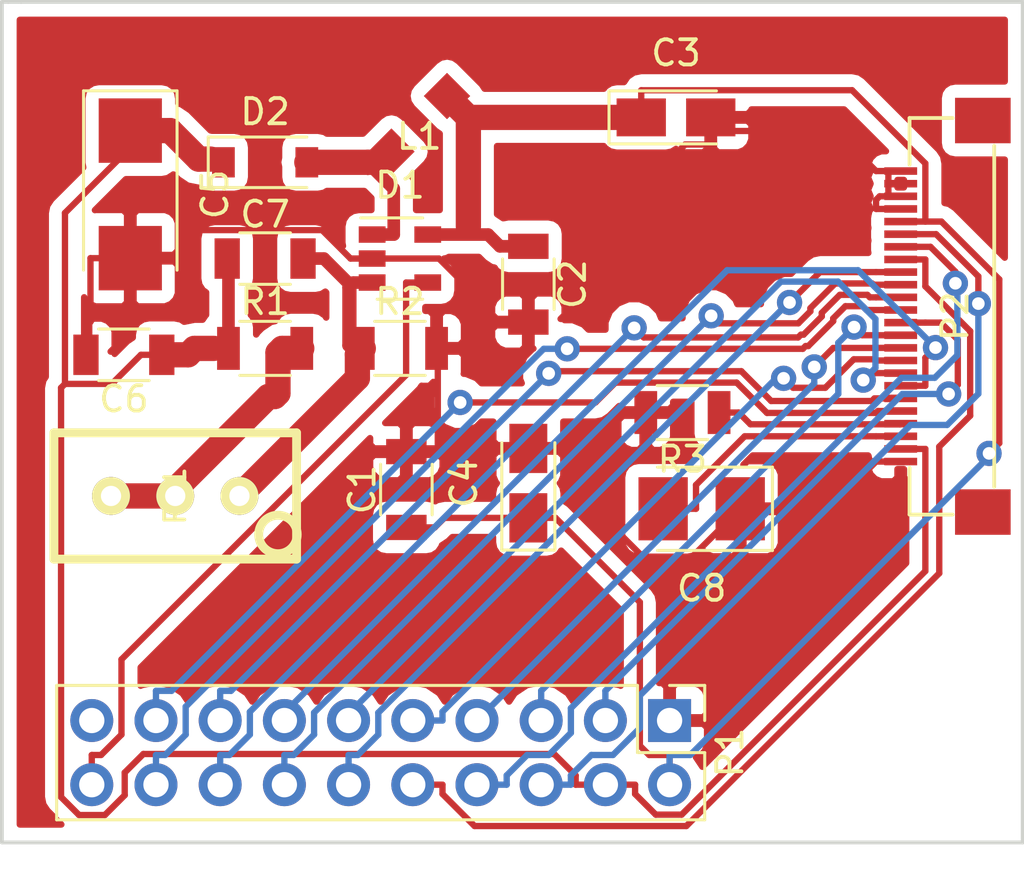
<source format=kicad_pcb>
(kicad_pcb (version 20160815) (host pcbnew no-vcs-found-7529~57~ubuntu16.04.1)

  (general
    (links 53)
    (no_connects 0)
    (area 98.476999 95.174999 139.013001 130.076333)
    (thickness 1.6)
    (drawings 6)
    (tracks 355)
    (zones 0)
    (modules 17)
    (nets 26)
  )

  (page A4)
  (layers
    (0 F.Cu signal)
    (31 B.Cu signal)
    (32 B.Adhes user)
    (33 F.Adhes user)
    (34 B.Paste user)
    (35 F.Paste user)
    (36 B.SilkS user)
    (37 F.SilkS user)
    (38 B.Mask user)
    (39 F.Mask user)
    (40 Dwgs.User user)
    (41 Cmts.User user)
    (42 Eco1.User user)
    (43 Eco2.User user)
    (44 Edge.Cuts user)
    (45 Margin user)
    (46 B.CrtYd user)
    (47 F.CrtYd user)
    (48 B.Fab user)
    (49 F.Fab user)
  )

  (setup
    (last_trace_width 0.25)
    (user_trace_width 0.25)
    (user_trace_width 0.3)
    (user_trace_width 0.5)
    (user_trace_width 1)
    (trace_clearance 0.2)
    (zone_clearance 0.508)
    (zone_45_only no)
    (trace_min 0.2)
    (segment_width 0.2)
    (edge_width 0.15)
    (via_size 1)
    (via_drill 0.5)
    (via_min_size 0.4)
    (via_min_drill 0.3)
    (uvia_size 0.3)
    (uvia_drill 0.1)
    (uvias_allowed no)
    (uvia_min_size 0.2)
    (uvia_min_drill 0.1)
    (pcb_text_width 0.3)
    (pcb_text_size 1.5 1.5)
    (mod_edge_width 0.15)
    (mod_text_size 1 1)
    (mod_text_width 0.15)
    (pad_size 1.524 1.524)
    (pad_drill 0.762)
    (pad_to_mask_clearance 0.01)
    (aux_axis_origin 0 0)
    (visible_elements FFFFFF7F)
    (pcbplotparams
      (layerselection 0x010c0_ffffffff)
      (usegerberextensions false)
      (excludeedgelayer true)
      (linewidth 0.020000)
      (plotframeref false)
      (viasonmask false)
      (mode 1)
      (useauxorigin false)
      (hpglpennumber 1)
      (hpglpenspeed 20)
      (hpglpendiameter 15)
      (psnegative false)
      (psa4output false)
      (plotreference true)
      (plotvalue true)
      (plotinvisibletext false)
      (padsonsilk false)
      (subtractmaskfromsilk false)
      (outputformat 1)
      (mirror false)
      (drillshape 0)
      (scaleselection 1)
      (outputdirectory out))
  )

  (net 0 "")
  (net 1 +3V3)
  (net 2 GND)
  (net 3 VCC)
  (net 4 "Net-(C7-Pad2)")
  (net 5 "Net-(C8-Pad2)")
  (net 6 "Net-(D1-Pad1)")
  (net 7 EN)
  (net 8 BS1)
  (net 9 BS2)
  (net 10 CS)
  (net 11 RES)
  (net 12 DC)
  (net 13 RW)
  (net 14 RD)
  (net 15 D0)
  (net 16 D1)
  (net 17 D2)
  (net 18 D3)
  (net 19 D4)
  (net 20 D5)
  (net 21 D6)
  (net 22 D7)
  (net 23 "Net-(R1-Pad2)")
  (net 24 "Net-(P1-Pad19)")
  (net 25 "Net-(P2-Pad4)")

  (net_class Default "This is the default net class."
    (clearance 0.2)
    (trace_width 0.25)
    (via_dia 1)
    (via_drill 0.5)
    (uvia_dia 0.3)
    (uvia_drill 0.1)
    (add_net +3V3)
    (add_net BS1)
    (add_net BS2)
    (add_net CS)
    (add_net D0)
    (add_net D1)
    (add_net D2)
    (add_net D3)
    (add_net D4)
    (add_net D5)
    (add_net D6)
    (add_net D7)
    (add_net DC)
    (add_net EN)
    (add_net GND)
    (add_net "Net-(C7-Pad2)")
    (add_net "Net-(C8-Pad2)")
    (add_net "Net-(D1-Pad1)")
    (add_net "Net-(P1-Pad19)")
    (add_net "Net-(P2-Pad4)")
    (add_net "Net-(R1-Pad2)")
    (add_net RD)
    (add_net RES)
    (add_net RW)
    (add_net VCC)
  )

  (net_class thick ""
    (clearance 0.2)
    (trace_width 1)
    (via_dia 1)
    (via_drill 0.5)
    (uvia_dia 0.3)
    (uvia_drill 0.1)
  )

  (module Capacitors_SMD:C_1206 (layer F.Cu) (tedit 58AA84B8) (tstamp 58D108DB)
    (at 114.554 114.554 90)
    (descr "Capacitor SMD 1206, reflow soldering, AVX (see smccp.pdf)")
    (tags "capacitor 1206")
    (path /58CC6443)
    (attr smd)
    (fp_text reference C1 (at 0 -1.75 90) (layer F.SilkS)
      (effects (font (size 1 1) (thickness 0.15)))
    )
    (fp_text value "0.1 uF" (at 0 2 90) (layer F.Fab)
      (effects (font (size 1 1) (thickness 0.15)))
    )
    (fp_text user %R (at 0 -1.75 90) (layer F.Fab)
      (effects (font (size 1 1) (thickness 0.15)))
    )
    (fp_line (start -1.6 0.8) (end -1.6 -0.8) (layer F.Fab) (width 0.1))
    (fp_line (start 1.6 0.8) (end -1.6 0.8) (layer F.Fab) (width 0.1))
    (fp_line (start 1.6 -0.8) (end 1.6 0.8) (layer F.Fab) (width 0.1))
    (fp_line (start -1.6 -0.8) (end 1.6 -0.8) (layer F.Fab) (width 0.1))
    (fp_line (start 1 -1.02) (end -1 -1.02) (layer F.SilkS) (width 0.12))
    (fp_line (start -1 1.02) (end 1 1.02) (layer F.SilkS) (width 0.12))
    (fp_line (start -2.25 -1.05) (end 2.25 -1.05) (layer F.CrtYd) (width 0.05))
    (fp_line (start -2.25 -1.05) (end -2.25 1.05) (layer F.CrtYd) (width 0.05))
    (fp_line (start 2.25 1.05) (end 2.25 -1.05) (layer F.CrtYd) (width 0.05))
    (fp_line (start 2.25 1.05) (end -2.25 1.05) (layer F.CrtYd) (width 0.05))
    (pad 1 smd rect (at -1.5 0 90) (size 1 1.6) (layers F.Cu F.Paste F.Mask)
      (net 1 +3V3))
    (pad 2 smd rect (at 1.5 0 90) (size 1 1.6) (layers F.Cu F.Paste F.Mask)
      (net 2 GND))
    (model Capacitors_SMD.3dshapes/C_1206.wrl
      (at (xyz 0 0 0))
      (scale (xyz 1 1 1))
      (rotate (xyz 0 0 0))
    )
  )

  (module Capacitors_SMD:C_1206 (layer F.Cu) (tedit 58AA84B8) (tstamp 58D108E1)
    (at 119.38 106.426 270)
    (descr "Capacitor SMD 1206, reflow soldering, AVX (see smccp.pdf)")
    (tags "capacitor 1206")
    (path /58CC6EFE)
    (attr smd)
    (fp_text reference C2 (at 0 -1.75 270) (layer F.SilkS)
      (effects (font (size 1 1) (thickness 0.15)))
    )
    (fp_text value 100n (at 0 2 270) (layer F.Fab)
      (effects (font (size 1 1) (thickness 0.15)))
    )
    (fp_text user %R (at 0 -1.75 270) (layer F.Fab)
      (effects (font (size 1 1) (thickness 0.15)))
    )
    (fp_line (start -1.6 0.8) (end -1.6 -0.8) (layer F.Fab) (width 0.1))
    (fp_line (start 1.6 0.8) (end -1.6 0.8) (layer F.Fab) (width 0.1))
    (fp_line (start 1.6 -0.8) (end 1.6 0.8) (layer F.Fab) (width 0.1))
    (fp_line (start -1.6 -0.8) (end 1.6 -0.8) (layer F.Fab) (width 0.1))
    (fp_line (start 1 -1.02) (end -1 -1.02) (layer F.SilkS) (width 0.12))
    (fp_line (start -1 1.02) (end 1 1.02) (layer F.SilkS) (width 0.12))
    (fp_line (start -2.25 -1.05) (end 2.25 -1.05) (layer F.CrtYd) (width 0.05))
    (fp_line (start -2.25 -1.05) (end -2.25 1.05) (layer F.CrtYd) (width 0.05))
    (fp_line (start 2.25 1.05) (end 2.25 -1.05) (layer F.CrtYd) (width 0.05))
    (fp_line (start 2.25 1.05) (end -2.25 1.05) (layer F.CrtYd) (width 0.05))
    (pad 1 smd rect (at -1.5 0 270) (size 1 1.6) (layers F.Cu F.Paste F.Mask)
      (net 1 +3V3))
    (pad 2 smd rect (at 1.5 0 270) (size 1 1.6) (layers F.Cu F.Paste F.Mask)
      (net 2 GND))
    (model Capacitors_SMD.3dshapes/C_1206.wrl
      (at (xyz 0 0 0))
      (scale (xyz 1 1 1))
      (rotate (xyz 0 0 0))
    )
  )

  (module Capacitors_Tantalum_SMD:CP_Tantalum_Case-C_EIA-6032-28_Reflow (layer F.Cu) (tedit 57B6E980) (tstamp 58D108F3)
    (at 103.632 102.87 270)
    (descr "Tantalum capacitor, Case C, EIA 6032-28, 6.0x3.2x2.5mm, Reflow soldering footprint")
    (tags "capacitor tantalum smd")
    (path /58CC640C)
    (attr smd)
    (fp_text reference C5 (at 0 -3.35 270) (layer F.SilkS)
      (effects (font (size 1 1) (thickness 0.15)))
    )
    (fp_text value "10 uF" (at 0 3.35 270) (layer F.Fab)
      (effects (font (size 1 1) (thickness 0.15)))
    )
    (fp_line (start -4.2 -2) (end -4.2 2) (layer F.CrtYd) (width 0.05))
    (fp_line (start -4.2 2) (end 4.2 2) (layer F.CrtYd) (width 0.05))
    (fp_line (start 4.2 2) (end 4.2 -2) (layer F.CrtYd) (width 0.05))
    (fp_line (start 4.2 -2) (end -4.2 -2) (layer F.CrtYd) (width 0.05))
    (fp_line (start -3 -1.6) (end -3 1.6) (layer F.Fab) (width 0.1))
    (fp_line (start -3 1.6) (end 3 1.6) (layer F.Fab) (width 0.1))
    (fp_line (start 3 1.6) (end 3 -1.6) (layer F.Fab) (width 0.1))
    (fp_line (start 3 -1.6) (end -3 -1.6) (layer F.Fab) (width 0.1))
    (fp_line (start -2.4 -1.6) (end -2.4 1.6) (layer F.Fab) (width 0.1))
    (fp_line (start -2.1 -1.6) (end -2.1 1.6) (layer F.Fab) (width 0.1))
    (fp_line (start -4.1 -1.85) (end 3 -1.85) (layer F.SilkS) (width 0.12))
    (fp_line (start -4.1 1.85) (end 3 1.85) (layer F.SilkS) (width 0.12))
    (fp_line (start -4.1 -1.85) (end -4.1 1.85) (layer F.SilkS) (width 0.12))
    (pad 1 smd rect (at -2.525 0 270) (size 2.55 2.5) (layers F.Cu F.Paste F.Mask)
      (net 3 VCC))
    (pad 2 smd rect (at 2.525 0 270) (size 2.55 2.5) (layers F.Cu F.Paste F.Mask)
      (net 2 GND))
    (model Capacitors_Tantalum_SMD.3dshapes/CP_Tantalum_Case-C_EIA-6032-28.wrl
      (at (xyz 0 0 0))
      (scale (xyz 1 1 1))
      (rotate (xyz 0 0 0))
    )
  )

  (module Capacitors_SMD:C_1206 (layer F.Cu) (tedit 58AA84B8) (tstamp 58D108F9)
    (at 103.378 109.22 180)
    (descr "Capacitor SMD 1206, reflow soldering, AVX (see smccp.pdf)")
    (tags "capacitor 1206")
    (path /58CC6475)
    (attr smd)
    (fp_text reference C6 (at 0 -1.75 180) (layer F.SilkS)
      (effects (font (size 1 1) (thickness 0.15)))
    )
    (fp_text value "0.1 uF" (at 0 2 180) (layer F.Fab)
      (effects (font (size 1 1) (thickness 0.15)))
    )
    (fp_text user %R (at 0 -1.75 180) (layer F.Fab)
      (effects (font (size 1 1) (thickness 0.15)))
    )
    (fp_line (start -1.6 0.8) (end -1.6 -0.8) (layer F.Fab) (width 0.1))
    (fp_line (start 1.6 0.8) (end -1.6 0.8) (layer F.Fab) (width 0.1))
    (fp_line (start 1.6 -0.8) (end 1.6 0.8) (layer F.Fab) (width 0.1))
    (fp_line (start -1.6 -0.8) (end 1.6 -0.8) (layer F.Fab) (width 0.1))
    (fp_line (start 1 -1.02) (end -1 -1.02) (layer F.SilkS) (width 0.12))
    (fp_line (start -1 1.02) (end 1 1.02) (layer F.SilkS) (width 0.12))
    (fp_line (start -2.25 -1.05) (end 2.25 -1.05) (layer F.CrtYd) (width 0.05))
    (fp_line (start -2.25 -1.05) (end -2.25 1.05) (layer F.CrtYd) (width 0.05))
    (fp_line (start 2.25 1.05) (end 2.25 -1.05) (layer F.CrtYd) (width 0.05))
    (fp_line (start 2.25 1.05) (end -2.25 1.05) (layer F.CrtYd) (width 0.05))
    (pad 1 smd rect (at -1.5 0 180) (size 1 1.6) (layers F.Cu F.Paste F.Mask)
      (net 3 VCC))
    (pad 2 smd rect (at 1.5 0 180) (size 1 1.6) (layers F.Cu F.Paste F.Mask)
      (net 2 GND))
    (model Capacitors_SMD.3dshapes/C_1206.wrl
      (at (xyz 0 0 0))
      (scale (xyz 1 1 1))
      (rotate (xyz 0 0 0))
    )
  )

  (module Capacitors_SMD:C_1206 (layer F.Cu) (tedit 58AA84B8) (tstamp 58D108FF)
    (at 108.966 105.41)
    (descr "Capacitor SMD 1206, reflow soldering, AVX (see smccp.pdf)")
    (tags "capacitor 1206")
    (path /58CC730E)
    (attr smd)
    (fp_text reference C7 (at 0 -1.75) (layer F.SilkS)
      (effects (font (size 1 1) (thickness 0.15)))
    )
    (fp_text value "47 pF" (at 0 2) (layer F.Fab)
      (effects (font (size 1 1) (thickness 0.15)))
    )
    (fp_text user %R (at 0 -1.75) (layer F.Fab)
      (effects (font (size 1 1) (thickness 0.15)))
    )
    (fp_line (start -1.6 0.8) (end -1.6 -0.8) (layer F.Fab) (width 0.1))
    (fp_line (start 1.6 0.8) (end -1.6 0.8) (layer F.Fab) (width 0.1))
    (fp_line (start 1.6 -0.8) (end 1.6 0.8) (layer F.Fab) (width 0.1))
    (fp_line (start -1.6 -0.8) (end 1.6 -0.8) (layer F.Fab) (width 0.1))
    (fp_line (start 1 -1.02) (end -1 -1.02) (layer F.SilkS) (width 0.12))
    (fp_line (start -1 1.02) (end 1 1.02) (layer F.SilkS) (width 0.12))
    (fp_line (start -2.25 -1.05) (end 2.25 -1.05) (layer F.CrtYd) (width 0.05))
    (fp_line (start -2.25 -1.05) (end -2.25 1.05) (layer F.CrtYd) (width 0.05))
    (fp_line (start 2.25 1.05) (end 2.25 -1.05) (layer F.CrtYd) (width 0.05))
    (fp_line (start 2.25 1.05) (end -2.25 1.05) (layer F.CrtYd) (width 0.05))
    (pad 1 smd rect (at -1.5 0) (size 1 1.6) (layers F.Cu F.Paste F.Mask)
      (net 3 VCC))
    (pad 2 smd rect (at 1.5 0) (size 1 1.6) (layers F.Cu F.Paste F.Mask)
      (net 4 "Net-(C7-Pad2)"))
    (model Capacitors_SMD.3dshapes/C_1206.wrl
      (at (xyz 0 0 0))
      (scale (xyz 1 1 1))
      (rotate (xyz 0 0 0))
    )
  )

  (module TO_SOT_Packages_SMD:SOT-23-5 (layer F.Cu) (tedit 5883B1A6) (tstamp 58D1090E)
    (at 114.3 105.41)
    (descr "5-pin SOT23 package")
    (tags SOT-23-5)
    (path /58CBE2EA)
    (attr smd)
    (fp_text reference D1 (at 0 -2.9) (layer F.SilkS)
      (effects (font (size 1 1) (thickness 0.15)))
    )
    (fp_text value TPS61040 (at 0 2.9) (layer F.Fab)
      (effects (font (size 1 1) (thickness 0.15)))
    )
    (fp_line (start -0.9 1.61) (end 0.9 1.61) (layer F.SilkS) (width 0.12))
    (fp_line (start 0.9 -1.61) (end -1.55 -1.61) (layer F.SilkS) (width 0.12))
    (fp_line (start -1.9 -1.8) (end 1.9 -1.8) (layer F.CrtYd) (width 0.05))
    (fp_line (start 1.9 -1.8) (end 1.9 1.8) (layer F.CrtYd) (width 0.05))
    (fp_line (start 1.9 1.8) (end -1.9 1.8) (layer F.CrtYd) (width 0.05))
    (fp_line (start -1.9 1.8) (end -1.9 -1.8) (layer F.CrtYd) (width 0.05))
    (fp_line (start -0.9 -0.9) (end -0.25 -1.55) (layer F.Fab) (width 0.1))
    (fp_line (start 0.9 -1.55) (end -0.25 -1.55) (layer F.Fab) (width 0.1))
    (fp_line (start -0.9 -0.9) (end -0.9 1.55) (layer F.Fab) (width 0.1))
    (fp_line (start 0.9 1.55) (end -0.9 1.55) (layer F.Fab) (width 0.1))
    (fp_line (start 0.9 -1.55) (end 0.9 1.55) (layer F.Fab) (width 0.1))
    (pad 1 smd rect (at -1.1 -0.95) (size 1.06 0.65) (layers F.Cu F.Paste F.Mask)
      (net 6 "Net-(D1-Pad1)"))
    (pad 2 smd rect (at -1.1 0) (size 1.06 0.65) (layers F.Cu F.Paste F.Mask)
      (net 2 GND))
    (pad 3 smd rect (at -1.1 0.95) (size 1.06 0.65) (layers F.Cu F.Paste F.Mask)
      (net 4 "Net-(C7-Pad2)"))
    (pad 4 smd rect (at 1.1 0.95) (size 1.06 0.65) (layers F.Cu F.Paste F.Mask)
      (net 7 EN))
    (pad 5 smd rect (at 1.1 -0.95) (size 1.06 0.65) (layers F.Cu F.Paste F.Mask)
      (net 1 +3V3))
    (model TO_SOT_Packages_SMD.3dshapes/SOT-23-5.wrl
      (at (xyz 0 0 0))
      (scale (xyz 1 1 1))
      (rotate (xyz 0 0 0))
    )
  )

  (module injex:CDRH2D18 (layer F.Cu) (tedit 58D104FF) (tstamp 58D1091A)
    (at 115.062 100.076)
    (path /58CBDAA4)
    (fp_text reference L1 (at 0 0.5) (layer F.SilkS)
      (effects (font (size 1 1) (thickness 0.15)))
    )
    (fp_text value "4.7 uH" (at 0 -0.5) (layer F.Fab)
      (effects (font (size 1 1) (thickness 0.15)))
    )
    (pad 1 smd trapezoid (at 1.1 -1.1 45) (size 1.3 1.3) (layers F.Cu F.Paste F.Mask)
      (net 1 +3V3))
    (pad 2 smd trapezoid (at -1.1 1.1 45) (size 1.3 1.3) (layers F.Cu F.Paste F.Mask)
      (net 6 "Net-(D1-Pad1)"))
  )

  (module injex:ffc-24-0.5mm (layer F.Cu) (tedit 557E5B66) (tstamp 58D10938)
    (at 134.112 107.696 90)
    (path /58CBD9D5)
    (fp_text reference P2 (at 0 2.15 90) (layer F.SilkS)
      (effects (font (size 1 1) (thickness 0.15)))
    )
    (fp_text value FFC24x0.5mm (at 0 -1.7 90) (layer F.Fab)
      (effects (font (size 1 1) (thickness 0.15)))
    )
    (fp_line (start -6.75 3.7) (end 6.75 3.7) (layer F.SilkS) (width 0.15))
    (fp_line (start 7.85 0.35) (end 7.85 2.05) (layer F.SilkS) (width 0.15))
    (fp_line (start 6 0.35) (end 7.85 0.35) (layer F.SilkS) (width 0.15))
    (fp_line (start -6 0.35) (end -7.85 0.35) (layer F.SilkS) (width 0.15))
    (fp_line (start -7.85 0.35) (end -7.85 2.05) (layer F.SilkS) (width 0.15))
    (pad 1 smd rect (at -5.75 0 90) (size 0.3 1.3) (layers F.Cu F.Paste F.Mask)
      (net 2 GND))
    (pad 0 smd rect (at -7.75 3.25 90) (size 1.8 2.2) (layers F.Cu F.Paste F.Mask))
    (pad 2 smd rect (at -5.25 0 90) (size 0.3 1.3) (layers F.Cu F.Paste F.Mask)
      (net 3 VCC))
    (pad 3 smd rect (at -4.75 0 90) (size 0.3 1.3) (layers F.Cu F.Paste F.Mask)
      (net 5 "Net-(C8-Pad2)"))
    (pad 4 smd rect (at -4.25 0 90) (size 0.3 1.3) (layers F.Cu F.Paste F.Mask)
      (net 25 "Net-(P2-Pad4)"))
    (pad 5 smd rect (at -3.75 0 90) (size 0.3 1.3) (layers F.Cu F.Paste F.Mask)
      (net 22 D7))
    (pad 6 smd rect (at -3.25 0 90) (size 0.3 1.3) (layers F.Cu F.Paste F.Mask)
      (net 21 D6))
    (pad 7 smd rect (at -2.75 0 90) (size 0.3 1.3) (layers F.Cu F.Paste F.Mask)
      (net 20 D5))
    (pad 8 smd rect (at -2.25 0 90) (size 0.3 1.3) (layers F.Cu F.Paste F.Mask)
      (net 19 D4))
    (pad 9 smd rect (at -1.75 0 90) (size 0.3 1.3) (layers F.Cu F.Paste F.Mask)
      (net 18 D3))
    (pad 10 smd rect (at -1.25 0 90) (size 0.3 1.3) (layers F.Cu F.Paste F.Mask)
      (net 17 D2))
    (pad 11 smd rect (at -0.75 0 90) (size 0.3 1.3) (layers F.Cu F.Paste F.Mask)
      (net 16 D1))
    (pad 12 smd rect (at -0.25 0 90) (size 0.3 1.3) (layers F.Cu F.Paste F.Mask)
      (net 15 D0))
    (pad 13 smd rect (at 0.25 0 90) (size 0.3 1.3) (layers F.Cu F.Paste F.Mask)
      (net 14 RD))
    (pad 14 smd rect (at 0.75 0 90) (size 0.3 1.3) (layers F.Cu F.Paste F.Mask)
      (net 13 RW))
    (pad 15 smd rect (at 1.25 0 90) (size 0.3 1.3) (layers F.Cu F.Paste F.Mask)
      (net 12 DC))
    (pad 16 smd rect (at 1.75 0 90) (size 0.3 1.3) (layers F.Cu F.Paste F.Mask)
      (net 11 RES))
    (pad 17 smd rect (at 2.25 0 90) (size 0.3 1.3) (layers F.Cu F.Paste F.Mask)
      (net 10 CS))
    (pad 18 smd rect (at 2.75 0 90) (size 0.3 1.3) (layers F.Cu F.Paste F.Mask)
      (net 9 BS2))
    (pad 19 smd rect (at 3.25 0 90) (size 0.3 1.3) (layers F.Cu F.Paste F.Mask)
      (net 8 BS1))
    (pad 20 smd rect (at 3.75 0 90) (size 0.3 1.3) (layers F.Cu F.Paste F.Mask)
      (net 1 +3V3))
    (pad 21 smd rect (at 4.25 0 90) (size 0.3 1.3) (layers F.Cu F.Paste F.Mask)
      (net 2 GND))
    (pad 22 smd rect (at 4.75 0 90) (size 0.3 1.3) (layers F.Cu F.Paste F.Mask)
      (net 2 GND))
    (pad 23 smd rect (at 5.25 0 90) (size 0.3 1.3) (layers F.Cu F.Paste F.Mask)
      (net 2 GND))
    (pad 24 smd rect (at 5.75 0 90) (size 0.3 1.3) (layers F.Cu F.Paste F.Mask)
      (net 2 GND))
    (pad 0 smd rect (at 7.75 3.25 90) (size 1.8 2.2) (layers F.Cu F.Paste F.Mask))
  )

  (module Resistors_SMD:R_1206 (layer F.Cu) (tedit 58AADA9E) (tstamp 58D1093E)
    (at 108.966 108.966)
    (descr "Resistor SMD 1206, reflow soldering, Vishay (see dcrcw.pdf)")
    (tags "resistor 1206")
    (path /58CC7831)
    (attr smd)
    (fp_text reference R1 (at 0 -1.85) (layer F.SilkS)
      (effects (font (size 1 1) (thickness 0.15)))
    )
    (fp_text value 300k (at 0 1.95) (layer F.Fab)
      (effects (font (size 1 1) (thickness 0.15)))
    )
    (fp_text user %R (at 0 -1.85) (layer F.Fab)
      (effects (font (size 1 1) (thickness 0.15)))
    )
    (fp_line (start -1.6 0.8) (end -1.6 -0.8) (layer F.Fab) (width 0.1))
    (fp_line (start 1.6 0.8) (end -1.6 0.8) (layer F.Fab) (width 0.1))
    (fp_line (start 1.6 -0.8) (end 1.6 0.8) (layer F.Fab) (width 0.1))
    (fp_line (start -1.6 -0.8) (end 1.6 -0.8) (layer F.Fab) (width 0.1))
    (fp_line (start 1 1.07) (end -1 1.07) (layer F.SilkS) (width 0.12))
    (fp_line (start -1 -1.07) (end 1 -1.07) (layer F.SilkS) (width 0.12))
    (fp_line (start -2.15 -1.11) (end 2.15 -1.11) (layer F.CrtYd) (width 0.05))
    (fp_line (start -2.15 -1.11) (end -2.15 1.1) (layer F.CrtYd) (width 0.05))
    (fp_line (start 2.15 1.1) (end 2.15 -1.11) (layer F.CrtYd) (width 0.05))
    (fp_line (start 2.15 1.1) (end -2.15 1.1) (layer F.CrtYd) (width 0.05))
    (pad 1 smd rect (at -1.45 0) (size 0.9 1.7) (layers F.Cu F.Paste F.Mask)
      (net 3 VCC))
    (pad 2 smd rect (at 1.45 0) (size 0.9 1.7) (layers F.Cu F.Paste F.Mask)
      (net 23 "Net-(R1-Pad2)"))
    (model Resistors_SMD.3dshapes/R_1206.wrl
      (at (xyz 0 0 0))
      (scale (xyz 1 1 1))
      (rotate (xyz 0 0 0))
    )
  )

  (module Resistors_SMD:R_1206 (layer F.Cu) (tedit 58AADA9E) (tstamp 58D10944)
    (at 114.3 108.966)
    (descr "Resistor SMD 1206, reflow soldering, Vishay (see dcrcw.pdf)")
    (tags "resistor 1206")
    (path /58CC7C24)
    (attr smd)
    (fp_text reference R2 (at 0 -1.85) (layer F.SilkS)
      (effects (font (size 1 1) (thickness 0.15)))
    )
    (fp_text value 120k (at 0 1.95) (layer F.Fab)
      (effects (font (size 1 1) (thickness 0.15)))
    )
    (fp_text user %R (at 0 -1.85) (layer F.Fab)
      (effects (font (size 1 1) (thickness 0.15)))
    )
    (fp_line (start -1.6 0.8) (end -1.6 -0.8) (layer F.Fab) (width 0.1))
    (fp_line (start 1.6 0.8) (end -1.6 0.8) (layer F.Fab) (width 0.1))
    (fp_line (start 1.6 -0.8) (end 1.6 0.8) (layer F.Fab) (width 0.1))
    (fp_line (start -1.6 -0.8) (end 1.6 -0.8) (layer F.Fab) (width 0.1))
    (fp_line (start 1 1.07) (end -1 1.07) (layer F.SilkS) (width 0.12))
    (fp_line (start -1 -1.07) (end 1 -1.07) (layer F.SilkS) (width 0.12))
    (fp_line (start -2.15 -1.11) (end 2.15 -1.11) (layer F.CrtYd) (width 0.05))
    (fp_line (start -2.15 -1.11) (end -2.15 1.1) (layer F.CrtYd) (width 0.05))
    (fp_line (start 2.15 1.1) (end 2.15 -1.11) (layer F.CrtYd) (width 0.05))
    (fp_line (start 2.15 1.1) (end -2.15 1.1) (layer F.CrtYd) (width 0.05))
    (pad 1 smd rect (at -1.45 0) (size 0.9 1.7) (layers F.Cu F.Paste F.Mask)
      (net 4 "Net-(C7-Pad2)"))
    (pad 2 smd rect (at 1.45 0) (size 0.9 1.7) (layers F.Cu F.Paste F.Mask)
      (net 2 GND))
    (model Resistors_SMD.3dshapes/R_1206.wrl
      (at (xyz 0 0 0))
      (scale (xyz 1 1 1))
      (rotate (xyz 0 0 0))
    )
  )

  (module Resistors_SMD:R_1206 (layer F.Cu) (tedit 58AADA9E) (tstamp 58D1094A)
    (at 125.476 111.506 180)
    (descr "Resistor SMD 1206, reflow soldering, Vishay (see dcrcw.pdf)")
    (tags "resistor 1206")
    (path /58CC11B0)
    (attr smd)
    (fp_text reference R3 (at 0 -1.85 180) (layer F.SilkS)
      (effects (font (size 1 1) (thickness 0.15)))
    )
    (fp_text value 910k (at 0 1.95 180) (layer F.Fab)
      (effects (font (size 1 1) (thickness 0.15)))
    )
    (fp_text user %R (at 0 -1.85 180) (layer F.Fab)
      (effects (font (size 1 1) (thickness 0.15)))
    )
    (fp_line (start -1.6 0.8) (end -1.6 -0.8) (layer F.Fab) (width 0.1))
    (fp_line (start 1.6 0.8) (end -1.6 0.8) (layer F.Fab) (width 0.1))
    (fp_line (start 1.6 -0.8) (end 1.6 0.8) (layer F.Fab) (width 0.1))
    (fp_line (start -1.6 -0.8) (end 1.6 -0.8) (layer F.Fab) (width 0.1))
    (fp_line (start 1 1.07) (end -1 1.07) (layer F.SilkS) (width 0.12))
    (fp_line (start -1 -1.07) (end 1 -1.07) (layer F.SilkS) (width 0.12))
    (fp_line (start -2.15 -1.11) (end 2.15 -1.11) (layer F.CrtYd) (width 0.05))
    (fp_line (start -2.15 -1.11) (end -2.15 1.1) (layer F.CrtYd) (width 0.05))
    (fp_line (start 2.15 1.1) (end 2.15 -1.11) (layer F.CrtYd) (width 0.05))
    (fp_line (start 2.15 1.1) (end -2.15 1.1) (layer F.CrtYd) (width 0.05))
    (pad 1 smd rect (at -1.45 0 180) (size 0.9 1.7) (layers F.Cu F.Paste F.Mask)
      (net 25 "Net-(P2-Pad4)"))
    (pad 2 smd rect (at 1.45 0 180) (size 0.9 1.7) (layers F.Cu F.Paste F.Mask)
      (net 2 GND))
    (model Resistors_SMD.3dshapes/R_1206.wrl
      (at (xyz 0 0 0))
      (scale (xyz 1 1 1))
      (rotate (xyz 0 0 0))
    )
  )

  (module injex:BOURNS-3296W (layer F.Cu) (tedit 54CBCB1B) (tstamp 58D10951)
    (at 105.41 114.808 90)
    (path /58CC79A0)
    (fp_text reference RV1 (at 0 0 90) (layer F.SilkS)
      (effects (font (size 0.8 0.8) (thickness 0.15)))
    )
    (fp_text value 500k (at 0 0 90) (layer F.Fab)
      (effects (font (size 0.8 0.8) (thickness 0.15)))
    )
    (fp_circle (center -1.5 4) (end -1.75 4.75) (layer F.Fab) (width 0.15))
    (fp_line (start 2.5 -4.75) (end -2.5 -4.75) (layer F.Fab) (width 0.15))
    (fp_line (start -2.5 -4.75) (end -2.5 4.75) (layer F.Fab) (width 0.15))
    (fp_line (start -2.5 4.75) (end 2.5 4.75) (layer F.Fab) (width 0.15))
    (fp_line (start 2.5 4.75) (end 2.5 -4.75) (layer F.Fab) (width 0.15))
    (fp_line (start 3 -5.25) (end -3 -5.25) (layer F.CrtYd) (width 0.15))
    (fp_line (start -3 -5.25) (end -3 5.25) (layer F.CrtYd) (width 0.15))
    (fp_line (start -3 5.25) (end 3 5.25) (layer F.CrtYd) (width 0.15))
    (fp_line (start 3 5.25) (end 3 -5.25) (layer F.CrtYd) (width 0.15))
    (fp_circle (center -1.524 4.064) (end -1.524 3.302) (layer F.SilkS) (width 0.35))
    (fp_line (start -2.49936 4.8006) (end -2.49936 -4.8006) (layer F.SilkS) (width 0.35))
    (fp_line (start 2.49936 4.8006) (end -2.49936 4.8006) (layer F.SilkS) (width 0.35))
    (fp_line (start 2.49936 -4.8006) (end 2.49936 4.8006) (layer F.SilkS) (width 0.35))
    (fp_line (start -2.49936 -4.8006) (end 2.49936 -4.8006) (layer F.SilkS) (width 0.35))
    (pad 1 thru_hole circle (at 0 -2.54 90) (size 1.5 1.5) (drill 0.8) (layers *.Cu *.Mask F.SilkS)
      (net 23 "Net-(R1-Pad2)"))
    (pad 2 thru_hole circle (at 0 0 90) (size 1.5 1.5) (drill 0.8) (layers *.Cu *.Mask F.SilkS)
      (net 23 "Net-(R1-Pad2)"))
    (pad 3 thru_hole circle (at 0 2.54 90) (size 1.5 1.5) (drill 0.8) (layers *.Cu *.Mask F.SilkS)
      (net 4 "Net-(C7-Pad2)"))
    (model pth_resistors/trimmer_bourns_3250w.wrl
      (at (xyz 0 0 0))
      (scale (xyz 0.8 0.8 0.8))
      (rotate (xyz 0 0 0))
    )
  )

  (module Pin_Headers:Pin_Header_Straight_2x10_Pitch2.54mm (layer F.Cu) (tedit 5862ED54) (tstamp 58D114DB)
    (at 124.968 123.698 270)
    (descr "Through hole straight pin header, 2x10, 2.54mm pitch, double rows")
    (tags "Through hole pin header THT 2x10 2.54mm double row")
    (path /58CC8CE3)
    (fp_text reference P1 (at 1.27 -2.39 270) (layer F.SilkS)
      (effects (font (size 1 1) (thickness 0.15)))
    )
    (fp_text value CONN_02X10 (at 1.27 25.25 270) (layer F.Fab)
      (effects (font (size 1 1) (thickness 0.15)))
    )
    (fp_line (start -1.27 -1.27) (end -1.27 24.13) (layer F.Fab) (width 0.1))
    (fp_line (start -1.27 24.13) (end 3.81 24.13) (layer F.Fab) (width 0.1))
    (fp_line (start 3.81 24.13) (end 3.81 -1.27) (layer F.Fab) (width 0.1))
    (fp_line (start 3.81 -1.27) (end -1.27 -1.27) (layer F.Fab) (width 0.1))
    (fp_line (start -1.39 1.27) (end -1.39 24.25) (layer F.SilkS) (width 0.12))
    (fp_line (start -1.39 24.25) (end 3.93 24.25) (layer F.SilkS) (width 0.12))
    (fp_line (start 3.93 24.25) (end 3.93 -1.39) (layer F.SilkS) (width 0.12))
    (fp_line (start 3.93 -1.39) (end 1.27 -1.39) (layer F.SilkS) (width 0.12))
    (fp_line (start 1.27 -1.39) (end 1.27 1.27) (layer F.SilkS) (width 0.12))
    (fp_line (start 1.27 1.27) (end -1.39 1.27) (layer F.SilkS) (width 0.12))
    (fp_line (start -1.39 0) (end -1.39 -1.39) (layer F.SilkS) (width 0.12))
    (fp_line (start -1.39 -1.39) (end 0 -1.39) (layer F.SilkS) (width 0.12))
    (fp_line (start -1.6 -1.6) (end -1.6 24.4) (layer F.CrtYd) (width 0.05))
    (fp_line (start -1.6 24.4) (end 4.1 24.4) (layer F.CrtYd) (width 0.05))
    (fp_line (start 4.1 24.4) (end 4.1 -1.6) (layer F.CrtYd) (width 0.05))
    (fp_line (start 4.1 -1.6) (end -1.6 -1.6) (layer F.CrtYd) (width 0.05))
    (pad 1 thru_hole rect (at 0 0 270) (size 1.7 1.7) (drill 1) (layers *.Cu *.Mask)
      (net 2 GND))
    (pad 2 thru_hole oval (at 2.54 0 270) (size 1.7 1.7) (drill 1) (layers *.Cu *.Mask)
      (net 1 +3V3))
    (pad 3 thru_hole oval (at 0 2.54 270) (size 1.7 1.7) (drill 1) (layers *.Cu *.Mask)
      (net 15 D0))
    (pad 4 thru_hole oval (at 2.54 2.54 270) (size 1.7 1.7) (drill 1) (layers *.Cu *.Mask)
      (net 3 VCC))
    (pad 5 thru_hole oval (at 0 5.08 270) (size 1.7 1.7) (drill 1) (layers *.Cu *.Mask)
      (net 16 D1))
    (pad 6 thru_hole oval (at 2.54 5.08 270) (size 1.7 1.7) (drill 1) (layers *.Cu *.Mask)
      (net 8 BS1))
    (pad 7 thru_hole oval (at 0 7.62 270) (size 1.7 1.7) (drill 1) (layers *.Cu *.Mask)
      (net 17 D2))
    (pad 8 thru_hole oval (at 2.54 7.62 270) (size 1.7 1.7) (drill 1) (layers *.Cu *.Mask)
      (net 9 BS2))
    (pad 9 thru_hole oval (at 0 10.16 270) (size 1.7 1.7) (drill 1) (layers *.Cu *.Mask)
      (net 18 D3))
    (pad 10 thru_hole oval (at 2.54 10.16 270) (size 1.7 1.7) (drill 1) (layers *.Cu *.Mask)
      (net 10 CS))
    (pad 11 thru_hole oval (at 0 12.7 270) (size 1.7 1.7) (drill 1) (layers *.Cu *.Mask)
      (net 19 D4))
    (pad 12 thru_hole oval (at 2.54 12.7 270) (size 1.7 1.7) (drill 1) (layers *.Cu *.Mask)
      (net 11 RES))
    (pad 13 thru_hole oval (at 0 15.24 270) (size 1.7 1.7) (drill 1) (layers *.Cu *.Mask)
      (net 20 D5))
    (pad 14 thru_hole oval (at 2.54 15.24 270) (size 1.7 1.7) (drill 1) (layers *.Cu *.Mask)
      (net 12 DC))
    (pad 15 thru_hole oval (at 0 17.78 270) (size 1.7 1.7) (drill 1) (layers *.Cu *.Mask)
      (net 21 D6))
    (pad 16 thru_hole oval (at 2.54 17.78 270) (size 1.7 1.7) (drill 1) (layers *.Cu *.Mask)
      (net 13 RW))
    (pad 17 thru_hole oval (at 0 20.32 270) (size 1.7 1.7) (drill 1) (layers *.Cu *.Mask)
      (net 22 D7))
    (pad 18 thru_hole oval (at 2.54 20.32 270) (size 1.7 1.7) (drill 1) (layers *.Cu *.Mask)
      (net 14 RD))
    (pad 19 thru_hole oval (at 0 22.86 270) (size 1.7 1.7) (drill 1) (layers *.Cu *.Mask)
      (net 24 "Net-(P1-Pad19)"))
    (pad 20 thru_hole oval (at 2.54 22.86 270) (size 1.7 1.7) (drill 1) (layers *.Cu *.Mask)
      (net 7 EN))
    (model Pin_Headers.3dshapes/Pin_Header_Straight_2x10_Pitch2.54mm.wrl
      (at (xyz 0.05 -0.45 0))
      (scale (xyz 1 1 1))
      (rotate (xyz 0 0 90))
    )
  )

  (module Diodes_SMD:D_SOD-123 (layer F.Cu) (tedit 58645DC7) (tstamp 58D10914)
    (at 108.966 101.6)
    (descr SOD-123)
    (tags SOD-123)
    (path /58CBDB69)
    (attr smd)
    (fp_text reference D2 (at 0 -2) (layer F.SilkS)
      (effects (font (size 1 1) (thickness 0.15)))
    )
    (fp_text value D_Schottky_Small (at 0 2.1) (layer F.Fab)
      (effects (font (size 1 1) (thickness 0.15)))
    )
    (fp_line (start -2.25 -1) (end -2.25 1) (layer F.SilkS) (width 0.12))
    (fp_line (start 0.25 0) (end 0.75 0) (layer F.Fab) (width 0.1))
    (fp_line (start 0.25 0.4) (end -0.35 0) (layer F.Fab) (width 0.1))
    (fp_line (start 0.25 -0.4) (end 0.25 0.4) (layer F.Fab) (width 0.1))
    (fp_line (start -0.35 0) (end 0.25 -0.4) (layer F.Fab) (width 0.1))
    (fp_line (start -0.35 0) (end -0.35 0.55) (layer F.Fab) (width 0.1))
    (fp_line (start -0.35 0) (end -0.35 -0.55) (layer F.Fab) (width 0.1))
    (fp_line (start -0.75 0) (end -0.35 0) (layer F.Fab) (width 0.1))
    (fp_line (start -1.4 0.9) (end -1.4 -0.9) (layer F.Fab) (width 0.1))
    (fp_line (start 1.4 0.9) (end -1.4 0.9) (layer F.Fab) (width 0.1))
    (fp_line (start 1.4 -0.9) (end 1.4 0.9) (layer F.Fab) (width 0.1))
    (fp_line (start -1.4 -0.9) (end 1.4 -0.9) (layer F.Fab) (width 0.1))
    (fp_line (start -2.35 -1.15) (end 2.35 -1.15) (layer F.CrtYd) (width 0.05))
    (fp_line (start 2.35 -1.15) (end 2.35 1.15) (layer F.CrtYd) (width 0.05))
    (fp_line (start 2.35 1.15) (end -2.35 1.15) (layer F.CrtYd) (width 0.05))
    (fp_line (start -2.35 -1.15) (end -2.35 1.15) (layer F.CrtYd) (width 0.05))
    (fp_line (start -2.25 1) (end 1.65 1) (layer F.SilkS) (width 0.12))
    (fp_line (start -2.25 -1) (end 1.65 -1) (layer F.SilkS) (width 0.12))
    (pad 1 smd rect (at -1.65 0) (size 0.9 1.2) (layers F.Cu F.Paste F.Mask)
      (net 3 VCC))
    (pad 2 smd rect (at 1.65 0) (size 0.9 1.2) (layers F.Cu F.Paste F.Mask)
      (net 6 "Net-(D1-Pad1)"))
    (model ${KISYS3DMOD}/Diodes_SMD.3dshapes/D_SOD-123.wrl
      (at (xyz 0 0 0))
      (scale (xyz 1 1 1))
      (rotate (xyz 0 0 0))
    )
  )

  (module Capacitors_Tantalum_SMD:CP_Tantalum_Case-A_EIA-3216-18_Reflow (layer F.Cu) (tedit 57B6E980) (tstamp 58D108ED)
    (at 119.38 114.3 90)
    (descr "Tantalum capacitor, Case A, EIA 3216-18, 3.2x1.6x1.6mm, Reflow soldering footprint")
    (tags "capacitor tantalum smd")
    (path /58CC63D0)
    (attr smd)
    (fp_text reference C4 (at 0 -2.55 90) (layer F.SilkS)
      (effects (font (size 1 1) (thickness 0.15)))
    )
    (fp_text value "10 uF" (at 0 2.55 90) (layer F.Fab)
      (effects (font (size 1 1) (thickness 0.15)))
    )
    (fp_line (start -2.75 -1.2) (end -2.75 1.2) (layer F.CrtYd) (width 0.05))
    (fp_line (start -2.75 1.2) (end 2.75 1.2) (layer F.CrtYd) (width 0.05))
    (fp_line (start 2.75 1.2) (end 2.75 -1.2) (layer F.CrtYd) (width 0.05))
    (fp_line (start 2.75 -1.2) (end -2.75 -1.2) (layer F.CrtYd) (width 0.05))
    (fp_line (start -1.6 -0.8) (end -1.6 0.8) (layer F.Fab) (width 0.1))
    (fp_line (start -1.6 0.8) (end 1.6 0.8) (layer F.Fab) (width 0.1))
    (fp_line (start 1.6 0.8) (end 1.6 -0.8) (layer F.Fab) (width 0.1))
    (fp_line (start 1.6 -0.8) (end -1.6 -0.8) (layer F.Fab) (width 0.1))
    (fp_line (start -1.28 -0.8) (end -1.28 0.8) (layer F.Fab) (width 0.1))
    (fp_line (start -1.12 -0.8) (end -1.12 0.8) (layer F.Fab) (width 0.1))
    (fp_line (start -2.65 -1.05) (end 1.6 -1.05) (layer F.SilkS) (width 0.12))
    (fp_line (start -2.65 1.05) (end 1.6 1.05) (layer F.SilkS) (width 0.12))
    (fp_line (start -2.65 -1.05) (end -2.65 1.05) (layer F.SilkS) (width 0.12))
    (pad 1 smd rect (at -1.375 0 90) (size 1.95 1.5) (layers F.Cu F.Paste F.Mask)
      (net 1 +3V3))
    (pad 2 smd rect (at 1.375 0 90) (size 1.95 1.5) (layers F.Cu F.Paste F.Mask)
      (net 2 GND))
    (model Capacitors_Tantalum_SMD.3dshapes/CP_Tantalum_Case-A_EIA-3216-18.wrl
      (at (xyz 0 0 0))
      (scale (xyz 1 1 1))
      (rotate (xyz 0 0 0))
    )
  )

  (module Capacitors_Tantalum_SMD:CP_Tantalum_Case-A_EIA-3216-18_Reflow (layer F.Cu) (tedit 57B6E980) (tstamp 58D108E7)
    (at 125.222 99.822)
    (descr "Tantalum capacitor, Case A, EIA 3216-18, 3.2x1.6x1.6mm, Reflow soldering footprint")
    (tags "capacitor tantalum smd")
    (path /58CC6E9D)
    (attr smd)
    (fp_text reference C3 (at 0 -2.55) (layer F.SilkS)
      (effects (font (size 1 1) (thickness 0.15)))
    )
    (fp_text value "10 uF" (at 0 2.55) (layer F.Fab)
      (effects (font (size 1 1) (thickness 0.15)))
    )
    (fp_line (start -2.75 -1.2) (end -2.75 1.2) (layer F.CrtYd) (width 0.05))
    (fp_line (start -2.75 1.2) (end 2.75 1.2) (layer F.CrtYd) (width 0.05))
    (fp_line (start 2.75 1.2) (end 2.75 -1.2) (layer F.CrtYd) (width 0.05))
    (fp_line (start 2.75 -1.2) (end -2.75 -1.2) (layer F.CrtYd) (width 0.05))
    (fp_line (start -1.6 -0.8) (end -1.6 0.8) (layer F.Fab) (width 0.1))
    (fp_line (start -1.6 0.8) (end 1.6 0.8) (layer F.Fab) (width 0.1))
    (fp_line (start 1.6 0.8) (end 1.6 -0.8) (layer F.Fab) (width 0.1))
    (fp_line (start 1.6 -0.8) (end -1.6 -0.8) (layer F.Fab) (width 0.1))
    (fp_line (start -1.28 -0.8) (end -1.28 0.8) (layer F.Fab) (width 0.1))
    (fp_line (start -1.12 -0.8) (end -1.12 0.8) (layer F.Fab) (width 0.1))
    (fp_line (start -2.65 -1.05) (end 1.6 -1.05) (layer F.SilkS) (width 0.12))
    (fp_line (start -2.65 1.05) (end 1.6 1.05) (layer F.SilkS) (width 0.12))
    (fp_line (start -2.65 -1.05) (end -2.65 1.05) (layer F.SilkS) (width 0.12))
    (pad 1 smd rect (at -1.375 0) (size 1.95 1.5) (layers F.Cu F.Paste F.Mask)
      (net 1 +3V3))
    (pad 2 smd rect (at 1.375 0) (size 1.95 1.5) (layers F.Cu F.Paste F.Mask)
      (net 2 GND))
    (model Capacitors_Tantalum_SMD.3dshapes/CP_Tantalum_Case-A_EIA-3216-18.wrl
      (at (xyz 0 0 0))
      (scale (xyz 1 1 1))
      (rotate (xyz 0 0 0))
    )
  )

  (module Capacitors_Tantalum_SMD:CP_Tantalum_Case-B_EIA-3528-21_Reflow (layer F.Cu) (tedit 57B6E980) (tstamp 58D10905)
    (at 126.238 115.316 180)
    (descr "Tantalum capacitor, Case B, EIA 3528-21, 3.5x2.8x1.9mm, Reflow soldering footprint")
    (tags "capacitor tantalum smd")
    (path /58CBE418)
    (attr smd)
    (fp_text reference C8 (at 0 -3.15 180) (layer F.SilkS)
      (effects (font (size 1 1) (thickness 0.15)))
    )
    (fp_text value 4.7uF (at 0 3.15 180) (layer F.Fab)
      (effects (font (size 1 1) (thickness 0.15)))
    )
    (fp_line (start -2.85 -1.75) (end -2.85 1.75) (layer F.CrtYd) (width 0.05))
    (fp_line (start -2.85 1.75) (end 2.85 1.75) (layer F.CrtYd) (width 0.05))
    (fp_line (start 2.85 1.75) (end 2.85 -1.75) (layer F.CrtYd) (width 0.05))
    (fp_line (start 2.85 -1.75) (end -2.85 -1.75) (layer F.CrtYd) (width 0.05))
    (fp_line (start -1.75 -1.4) (end -1.75 1.4) (layer F.Fab) (width 0.1))
    (fp_line (start -1.75 1.4) (end 1.75 1.4) (layer F.Fab) (width 0.1))
    (fp_line (start 1.75 1.4) (end 1.75 -1.4) (layer F.Fab) (width 0.1))
    (fp_line (start 1.75 -1.4) (end -1.75 -1.4) (layer F.Fab) (width 0.1))
    (fp_line (start -1.4 -1.4) (end -1.4 1.4) (layer F.Fab) (width 0.1))
    (fp_line (start -1.225 -1.4) (end -1.225 1.4) (layer F.Fab) (width 0.1))
    (fp_line (start -2.8 -1.65) (end 1.75 -1.65) (layer F.SilkS) (width 0.12))
    (fp_line (start -2.8 1.65) (end 1.75 1.65) (layer F.SilkS) (width 0.12))
    (fp_line (start -2.8 -1.65) (end -2.8 1.65) (layer F.SilkS) (width 0.12))
    (pad 1 smd rect (at -1.525 0 180) (size 1.95 2.5) (layers F.Cu F.Paste F.Mask)
      (net 2 GND))
    (pad 2 smd rect (at 1.525 0 180) (size 1.95 2.5) (layers F.Cu F.Paste F.Mask)
      (net 5 "Net-(C8-Pad2)"))
    (model Capacitors_Tantalum_SMD.3dshapes/CP_Tantalum_Case-B_EIA-3528-21.wrl
      (at (xyz 0 0 0))
      (scale (xyz 1 1 1))
      (rotate (xyz 0 0 0))
    )
  )

  (gr_line (start 98.552 95.25) (end 98.552 128.524) (angle 90) (layer Edge.Cuts) (width 0.15))
  (gr_line (start 98.806 95.25) (end 98.552 95.25) (angle 90) (layer Edge.Cuts) (width 0.15))
  (gr_line (start 99.314 95.25) (end 98.806 95.25) (angle 90) (layer Edge.Cuts) (width 0.15))
  (gr_line (start 138.938 95.25) (end 99.314 95.25) (angle 90) (layer Edge.Cuts) (width 0.15))
  (gr_line (start 138.938 128.524) (end 138.938 95.25) (angle 90) (layer Edge.Cuts) (width 0.15))
  (gr_line (start 98.552 128.524) (end 138.938 128.524) (angle 90) (layer Edge.Cuts) (width 0.15))

  (segment (start 117.008 104.14) (end 117.008 99.822) (width 1) (layer F.Cu) (net 1))
  (segment (start 117.008 104.46) (end 117.7887 104.46) (width 0.5) (layer F.Cu) (net 1))
  (segment (start 117.7887 104.46) (end 118.2547 104.926) (width 0.5) (layer F.Cu) (net 1) (tstamp 58DC4BD7))
  (segment (start 118.2547 104.926) (end 119.38 104.926) (width 0.5) (layer F.Cu) (net 1) (tstamp 58DC4BD8))
  (segment (start 115.4 104.46) (end 117.008 104.46) (width 0.5) (layer F.Cu) (net 1))
  (segment (start 116.162 98.976) (end 117.008 99.822) (width 1) (layer F.Cu) (net 1))
  (segment (start 117.008 99.822) (end 123.847 99.822) (width 1) (layer F.Cu) (net 1) (tstamp 58DC4BCC))
  (via (at 137.6064 113.1224) (size 1) (layers F.Cu B.Cu) (net 1))
  (segment (start 117.008 104.14) (end 117.008 104.46) (width 0.25) (layer F.Cu) (net 1) (tstamp 58DC4BE0))
  (segment (start 117.7887 104.46) (end 118.2547 104.926) (width 0.25) (layer F.Cu) (net 1))
  (segment (start 119.38 104.926) (end 118.2547 104.926) (width 0.25) (layer F.Cu) (net 1))
  (segment (start 116.0583 115.675) (end 115.6793 116.054) (width 0.25) (layer F.Cu) (net 1))
  (segment (start 119.38 115.675) (end 116.0583 115.675) (width 0.25) (layer F.Cu) (net 1))
  (segment (start 114.554 116.054) (end 115.6793 116.054) (width 0.25) (layer F.Cu) (net 1))
  (segment (start 134.112 103.946) (end 135.0873 103.946) (width 0.25) (layer F.Cu) (net 1))
  (segment (start 117.008 99.822) (end 123.847 99.822) (width 0.25) (layer F.Cu) (net 1))
  (segment (start 123.847 99.822) (end 123.847 98.7467) (width 0.25) (layer F.Cu) (net 1))
  (segment (start 123.7927 119.0124) (end 120.4553 115.675) (width 0.25) (layer F.Cu) (net 1))
  (segment (start 123.7927 124.6955) (end 123.7927 119.0124) (width 0.25) (layer F.Cu) (net 1))
  (segment (start 124.1599 125.0627) (end 123.7927 124.6955) (width 0.25) (layer F.Cu) (net 1))
  (segment (start 124.968 125.0627) (end 124.1599 125.0627) (width 0.25) (layer F.Cu) (net 1))
  (segment (start 124.968 126.238) (end 124.968 125.0627) (width 0.25) (layer F.Cu) (net 1))
  (segment (start 119.38 115.675) (end 120.4553 115.675) (width 0.25) (layer F.Cu) (net 1))
  (segment (start 125.7854 125.0627) (end 124.968 125.0627) (width 0.25) (layer B.Cu) (net 1))
  (segment (start 137.6064 113.2417) (end 125.7854 125.0627) (width 0.25) (layer B.Cu) (net 1))
  (segment (start 137.6064 113.1224) (end 137.6064 113.2417) (width 0.25) (layer B.Cu) (net 1))
  (segment (start 135.0873 101.6447) (end 135.0873 103.946) (width 0.25) (layer F.Cu) (net 1))
  (segment (start 132.1893 98.7467) (end 135.0873 101.6447) (width 0.25) (layer F.Cu) (net 1))
  (segment (start 123.847 98.7467) (end 132.1893 98.7467) (width 0.25) (layer F.Cu) (net 1))
  (segment (start 138.0117 112.7171) (end 137.6064 113.1224) (width 0.25) (layer F.Cu) (net 1))
  (segment (start 138.0117 106.2341) (end 138.0117 112.7171) (width 0.25) (layer F.Cu) (net 1))
  (segment (start 135.7236 103.946) (end 138.0117 106.2341) (width 0.25) (layer F.Cu) (net 1))
  (segment (start 135.0873 103.946) (end 135.7236 103.946) (width 0.25) (layer F.Cu) (net 1))
  (segment (start 124.968 126.238) (end 124.968 125.0627) (width 0.25) (layer B.Cu) (net 1))
  (segment (start 134.112 102.946) (end 133.6244 102.946) (width 0.25) (layer F.Cu) (net 2))
  (segment (start 134.112 103.446) (end 133.1367 103.446) (width 0.25) (layer F.Cu) (net 2))
  (segment (start 133.1367 103.0895) (end 133.1367 103.446) (width 0.25) (layer F.Cu) (net 2))
  (segment (start 133.2802 102.946) (end 133.1367 103.0895) (width 0.25) (layer F.Cu) (net 2))
  (segment (start 133.6244 102.946) (end 133.2802 102.946) (width 0.25) (layer F.Cu) (net 2))
  (segment (start 102.0567 107.916) (end 101.878 108.0947) (width 0.25) (layer F.Cu) (net 2))
  (segment (start 102.0567 105.395) (end 102.0567 107.916) (width 0.25) (layer F.Cu) (net 2))
  (segment (start 103.632 105.395) (end 102.0567 105.395) (width 0.25) (layer F.Cu) (net 2))
  (segment (start 101.878 109.22) (end 101.878 108.0947) (width 0.25) (layer F.Cu) (net 2))
  (segment (start 119.38 107.926) (end 119.38 107.1007) (width 0.25) (layer F.Cu) (net 2))
  (segment (start 125.5834 100.8973) (end 119.38 107.1007) (width 0.25) (layer F.Cu) (net 2))
  (segment (start 126.597 100.8973) (end 125.5834 100.8973) (width 0.25) (layer F.Cu) (net 2))
  (segment (start 133.6244 102.446) (end 133.6244 102.946) (width 0.25) (layer F.Cu) (net 2))
  (segment (start 134.112 102.446) (end 133.6244 102.446) (width 0.25) (layer F.Cu) (net 2))
  (segment (start 126.597 99.822) (end 126.597 100.3596) (width 0.25) (layer F.Cu) (net 2))
  (segment (start 126.597 100.3596) (end 126.597 100.8973) (width 0.25) (layer F.Cu) (net 2))
  (segment (start 131.5503 100.3596) (end 133.1367 101.946) (width 0.25) (layer F.Cu) (net 2))
  (segment (start 126.597 100.3596) (end 131.5503 100.3596) (width 0.25) (layer F.Cu) (net 2))
  (segment (start 133.6244 101.946) (end 133.6244 102.446) (width 0.25) (layer F.Cu) (net 2))
  (segment (start 134.112 101.946) (end 133.6244 101.946) (width 0.25) (layer F.Cu) (net 2))
  (segment (start 133.6244 101.946) (end 133.1367 101.946) (width 0.25) (layer F.Cu) (net 2))
  (segment (start 119.38 107.926) (end 118.2547 107.926) (width 0.25) (layer F.Cu) (net 2))
  (segment (start 116.5253 108.966) (end 117.91 107.5813) (width 0.25) (layer F.Cu) (net 2))
  (segment (start 117.91 107.5813) (end 118.2547 107.926) (width 0.25) (layer F.Cu) (net 2))
  (segment (start 124.968 123.698) (end 124.968 122.5227) (width 0.25) (layer F.Cu) (net 2))
  (segment (start 119.38 112.925) (end 118.3047 112.925) (width 0.25) (layer F.Cu) (net 2))
  (segment (start 115.75 108.966) (end 116.1377 108.966) (width 0.25) (layer F.Cu) (net 2))
  (segment (start 116.1377 108.966) (end 116.5253 108.966) (width 0.25) (layer F.Cu) (net 2))
  (segment (start 115.7982 109.3055) (end 115.7982 112.925) (width 0.25) (layer F.Cu) (net 2))
  (segment (start 116.1377 108.966) (end 115.7982 109.3055) (width 0.25) (layer F.Cu) (net 2))
  (segment (start 118.3047 112.925) (end 115.7982 112.925) (width 0.25) (layer F.Cu) (net 2))
  (segment (start 115.6793 113.0439) (end 115.6793 113.054) (width 0.25) (layer F.Cu) (net 2))
  (segment (start 115.7982 112.925) (end 115.6793 113.0439) (width 0.25) (layer F.Cu) (net 2))
  (segment (start 114.554 113.054) (end 115.6793 113.054) (width 0.25) (layer F.Cu) (net 2))
  (segment (start 134.112 113.446) (end 133.1367 113.446) (width 0.25) (layer F.Cu) (net 2))
  (segment (start 131.2667 115.316) (end 133.1367 113.446) (width 0.25) (layer F.Cu) (net 2))
  (segment (start 127.763 115.316) (end 131.2667 115.316) (width 0.25) (layer F.Cu) (net 2))
  (segment (start 124.8856 118.1934) (end 127.763 115.316) (width 0.25) (layer F.Cu) (net 2))
  (segment (start 124.968 118.2759) (end 124.8856 118.1934) (width 0.25) (layer F.Cu) (net 2))
  (segment (start 124.968 122.5227) (end 124.968 118.2759) (width 0.25) (layer F.Cu) (net 2))
  (segment (start 119.38 112.925) (end 120.4553 112.925) (width 0.25) (layer F.Cu) (net 2))
  (segment (start 124.026 111.506) (end 123.2507 111.506) (width 0.25) (layer F.Cu) (net 2))
  (segment (start 121.3712 114.6791) (end 121.3712 113.3855) (width 0.25) (layer F.Cu) (net 2))
  (segment (start 124.8856 118.1934) (end 121.3712 114.6791) (width 0.25) (layer F.Cu) (net 2))
  (segment (start 120.9158 113.3855) (end 121.3712 113.3855) (width 0.25) (layer F.Cu) (net 2))
  (segment (start 120.4553 112.925) (end 120.9158 113.3855) (width 0.25) (layer F.Cu) (net 2))
  (segment (start 121.3712 113.3855) (end 123.2507 111.506) (width 0.25) (layer F.Cu) (net 2))
  (segment (start 115.8418 105.41) (end 113.2 105.41) (width 0.25) (layer F.Cu) (net 2))
  (segment (start 117.91 107.4782) (end 115.8418 105.41) (width 0.25) (layer F.Cu) (net 2))
  (segment (start 117.91 107.5813) (end 117.91 107.4782) (width 0.25) (layer F.Cu) (net 2))
  (segment (start 106.3177 104.2846) (end 105.2073 105.395) (width 0.25) (layer F.Cu) (net 2))
  (segment (start 111.2193 104.2846) (end 106.3177 104.2846) (width 0.25) (layer F.Cu) (net 2))
  (segment (start 112.3447 105.41) (end 111.2193 104.2846) (width 0.25) (layer F.Cu) (net 2))
  (segment (start 113.2 105.41) (end 112.3447 105.41) (width 0.25) (layer F.Cu) (net 2))
  (segment (start 103.632 105.395) (end 105.2073 105.395) (width 0.25) (layer F.Cu) (net 2))
  (segment (start 107.516 108.966) (end 107.516 105.46) (width 0.5) (layer F.Cu) (net 3))
  (segment (start 107.516 105.46) (end 107.466 105.41) (width 0.5) (layer F.Cu) (net 3) (tstamp 58DC4C12))
  (segment (start 106.934 108.966) (end 106.172 108.966) (width 1) (layer F.Cu) (net 3))
  (segment (start 105.918 109.22) (end 104.878 109.22) (width 1) (layer F.Cu) (net 3) (tstamp 58DC4BF8))
  (segment (start 106.172 108.966) (end 105.918 109.22) (width 1) (layer F.Cu) (net 3) (tstamp 58DC4BF7))
  (segment (start 103.632 100.345) (end 105.2073 100.345) (width 1) (layer F.Cu) (net 3))
  (segment (start 105.2073 100.345) (end 106.3353 101.473) (width 1) (layer F.Cu) (net 3) (tstamp 58DC4BEB))
  (segment (start 106.3353 101.473) (end 106.807 101.473) (width 1) (layer F.Cu) (net 3) (tstamp 58DC4BEC))
  (segment (start 106.4623 101.6) (end 105.2073 100.345) (width 0.25) (layer F.Cu) (net 3))
  (segment (start 107.316 101.6) (end 106.4623 101.6) (width 0.25) (layer F.Cu) (net 3))
  (segment (start 134.112 112.946) (end 135.0873 112.946) (width 0.25) (layer F.Cu) (net 3))
  (segment (start 135.0873 117.7817) (end 135.0873 112.946) (width 0.25) (layer F.Cu) (net 3))
  (segment (start 125.4456 127.4234) (end 135.0873 117.7817) (width 0.25) (layer F.Cu) (net 3))
  (segment (start 124.4214 127.4234) (end 125.4456 127.4234) (width 0.25) (layer F.Cu) (net 3))
  (segment (start 123.6033 126.6053) (end 124.4214 127.4234) (width 0.25) (layer F.Cu) (net 3))
  (segment (start 123.6033 126.238) (end 123.6033 126.6053) (width 0.25) (layer F.Cu) (net 3))
  (segment (start 122.428 126.238) (end 123.6033 126.238) (width 0.25) (layer F.Cu) (net 3))
  (segment (start 103.632 100.345) (end 104.3071 100.345) (width 0.25) (layer F.Cu) (net 3))
  (segment (start 104.3071 100.345) (end 105.2073 100.345) (width 0.25) (layer F.Cu) (net 3))
  (segment (start 122.428 126.238) (end 121.2527 126.238) (width 0.25) (layer F.Cu) (net 3))
  (segment (start 104.4654 109.22) (end 104.0527 109.22) (width 0.25) (layer F.Cu) (net 3))
  (segment (start 101.0474 103.6047) (end 101.0474 110.3714) (width 0.25) (layer F.Cu) (net 3))
  (segment (start 104.3071 100.345) (end 101.0474 103.6047) (width 0.25) (layer F.Cu) (net 3))
  (segment (start 100.8924 110.5264) (end 101.0474 110.3714) (width 0.25) (layer F.Cu) (net 3))
  (segment (start 100.8924 126.7275) (end 100.8924 110.5264) (width 0.25) (layer F.Cu) (net 3))
  (segment (start 101.6038 127.4389) (end 100.8924 126.7275) (width 0.25) (layer F.Cu) (net 3))
  (segment (start 102.6259 127.4389) (end 101.6038 127.4389) (width 0.25) (layer F.Cu) (net 3))
  (segment (start 103.4114 126.6534) (end 102.6259 127.4389) (width 0.25) (layer F.Cu) (net 3))
  (segment (start 103.4114 125.7586) (end 103.4114 126.6534) (width 0.25) (layer F.Cu) (net 3))
  (segment (start 104.1471 125.0229) (end 103.4114 125.7586) (width 0.25) (layer F.Cu) (net 3))
  (segment (start 120.4029 125.0229) (end 104.1471 125.0229) (width 0.25) (layer F.Cu) (net 3))
  (segment (start 121.2527 125.8727) (end 120.4029 125.0229) (width 0.25) (layer F.Cu) (net 3))
  (segment (start 121.2527 126.238) (end 121.2527 125.8727) (width 0.25) (layer F.Cu) (net 3))
  (segment (start 102.9013 110.3714) (end 104.0527 109.22) (width 0.25) (layer F.Cu) (net 3))
  (segment (start 101.0474 110.3714) (end 102.9013 110.3714) (width 0.25) (layer F.Cu) (net 3))
  (segment (start 104.4654 109.22) (end 104.878 109.22) (width 0.25) (layer F.Cu) (net 3))
  (segment (start 107.516 108.966) (end 107.1284 108.966) (width 0.25) (layer F.Cu) (net 3))
  (segment (start 107.1284 108.966) (end 106.934 108.966) (width 0.25) (layer F.Cu) (net 3))
  (segment (start 110.466 105.41) (end 111.2913 105.41) (width 0.5) (layer F.Cu) (net 4))
  (segment (start 111.2913 105.41) (end 112.2413 106.36) (width 0.5) (layer F.Cu) (net 4) (tstamp 58DC4C0F))
  (segment (start 113.2 106.36) (end 112.4573 106.36) (width 0.5) (layer F.Cu) (net 4))
  (segment (start 112.4573 106.36) (end 112.268 106.5493) (width 0.5) (layer F.Cu) (net 4) (tstamp 58DC4C0A))
  (segment (start 112.268 108.8506) (end 112.6167 109.1993) (width 0.5) (layer F.Cu) (net 4) (tstamp 58DC4C0C))
  (segment (start 112.268 106.5493) (end 112.268 108.8506) (width 0.5) (layer F.Cu) (net 4) (tstamp 58DC4C0B))
  (segment (start 112.6167 109.1993) (end 112.85 108.966) (width 0.5) (layer F.Cu) (net 4) (tstamp 58DC4C0E))
  (segment (start 107.95 114.808) (end 112.6167 110.1413) (width 1) (layer F.Cu) (net 4))
  (segment (start 112.6167 110.1413) (end 112.6167 109.1993) (width 1) (layer F.Cu) (net 4) (tstamp 58DC4C05))
  (segment (start 112.6167 109.1993) (end 112.85 108.966) (width 1) (layer F.Cu) (net 4) (tstamp 58DC4C06))
  (segment (start 112.6167 110.1413) (end 112.85 110.1413) (width 0.25) (layer F.Cu) (net 4))
  (segment (start 112.85 109.5536) (end 112.85 110.1413) (width 0.25) (layer F.Cu) (net 4))
  (segment (start 112.85 108.966) (end 112.85 109.5536) (width 0.25) (layer F.Cu) (net 4))
  (segment (start 112.4573 109.1609) (end 112.4573 106.36) (width 0.25) (layer F.Cu) (net 4))
  (segment (start 112.85 109.5536) (end 112.4573 109.1609) (width 0.25) (layer F.Cu) (net 4))
  (segment (start 112.2413 106.36) (end 111.2913 105.41) (width 0.25) (layer F.Cu) (net 4))
  (segment (start 112.4573 106.36) (end 112.2413 106.36) (width 0.25) (layer F.Cu) (net 4))
  (segment (start 124.713 115.316) (end 126.0133 115.316) (width 0.25) (layer F.Cu) (net 5))
  (segment (start 134.112 112.446) (end 133.1367 112.446) (width 0.25) (layer F.Cu) (net 5))
  (segment (start 127.9391 112.446) (end 133.1367 112.446) (width 0.25) (layer F.Cu) (net 5))
  (segment (start 126.0133 114.3718) (end 127.9391 112.446) (width 0.25) (layer F.Cu) (net 5))
  (segment (start 126.0133 115.316) (end 126.0133 114.3718) (width 0.25) (layer F.Cu) (net 5))
  (segment (start 113.2 104.46) (end 114.0553 104.46) (width 0.5) (layer F.Cu) (net 6))
  (segment (start 114.0553 104.46) (end 114.0553 102.6485) (width 0.5) (layer F.Cu) (net 6) (tstamp 58DC4BE4))
  (segment (start 114.0553 102.6485) (end 113.0068 101.6) (width 0.5) (layer F.Cu) (net 6) (tstamp 58DC4BE5))
  (segment (start 113.0068 101.6) (end 113.0068 101.8308) (width 0.5) (layer F.Cu) (net 6) (tstamp 58DC4BE6))
  (segment (start 113.0068 101.8308) (end 113.03 101.854) (width 0.5) (layer F.Cu) (net 6) (tstamp 58DC4BE7))
  (segment (start 113.03 101.854) (end 113.03 101.6) (width 0.5) (layer F.Cu) (net 6) (tstamp 58DC4BE8))
  (segment (start 110.616 101.6) (end 113.03 101.6) (width 1) (layer F.Cu) (net 6))
  (segment (start 113.03 101.6) (end 113.538 101.6) (width 1) (layer F.Cu) (net 6) (tstamp 58DC4BE9))
  (segment (start 113.538 101.6) (end 113.962 101.176) (width 1) (layer F.Cu) (net 6) (tstamp 58DC4BC9))
  (segment (start 113.0068 101.6) (end 113.2724 101.8656) (width 0.25) (layer F.Cu) (net 6))
  (segment (start 110.616 101.6) (end 113.0068 101.6) (width 0.25) (layer F.Cu) (net 6))
  (segment (start 113.962 101.176) (end 113.6172 101.5208) (width 0.25) (layer F.Cu) (net 6))
  (segment (start 113.6172 101.5208) (end 113.2724 101.8656) (width 0.25) (layer F.Cu) (net 6))
  (segment (start 114.0553 102.6485) (end 114.0553 104.46) (width 0.25) (layer F.Cu) (net 6))
  (segment (start 113.2724 101.8656) (end 114.0553 102.6485) (width 0.25) (layer F.Cu) (net 6))
  (segment (start 102.108 126.238) (end 102.108 125.0627) (width 0.25) (layer F.Cu) (net 7))
  (segment (start 115.4 106.36) (end 114.5447 106.36) (width 0.25) (layer F.Cu) (net 7))
  (segment (start 102.4754 125.0627) (end 102.108 125.0627) (width 0.25) (layer F.Cu) (net 7))
  (segment (start 103.2833 124.2548) (end 102.4754 125.0627) (width 0.25) (layer F.Cu) (net 7))
  (segment (start 103.2833 121.2788) (end 103.2833 124.2548) (width 0.25) (layer F.Cu) (net 7))
  (segment (start 114.5447 110.0174) (end 103.2833 121.2788) (width 0.25) (layer F.Cu) (net 7))
  (segment (start 114.5447 106.36) (end 114.5447 110.0174) (width 0.25) (layer F.Cu) (net 7))
  (via (at 137.1841 107.1935) (size 1) (layers F.Cu B.Cu) (net 8))
  (segment (start 137.1841 110.7626) (end 137.1841 107.1935) (width 0.25) (layer B.Cu) (net 8))
  (segment (start 135.9508 111.9959) (end 137.1841 110.7626) (width 0.25) (layer B.Cu) (net 8))
  (segment (start 134.5037 111.9959) (end 135.9508 111.9959) (width 0.25) (layer B.Cu) (net 8))
  (segment (start 123.7926 122.707) (end 134.5037 111.9959) (width 0.25) (layer B.Cu) (net 8))
  (segment (start 123.7926 123.9982) (end 123.7926 122.707) (width 0.25) (layer B.Cu) (net 8))
  (segment (start 122.7281 125.0627) (end 123.7926 123.9982) (width 0.25) (layer B.Cu) (net 8))
  (segment (start 121.8712 125.0627) (end 122.7281 125.0627) (width 0.25) (layer B.Cu) (net 8))
  (segment (start 121.0633 125.8706) (end 121.8712 125.0627) (width 0.25) (layer B.Cu) (net 8))
  (segment (start 121.0633 126.238) (end 121.0633 125.8706) (width 0.25) (layer B.Cu) (net 8))
  (segment (start 135.5128 104.446) (end 134.112 104.446) (width 0.25) (layer F.Cu) (net 8))
  (segment (start 137.1841 106.1173) (end 135.5128 104.446) (width 0.25) (layer F.Cu) (net 8))
  (segment (start 137.1841 107.1935) (end 137.1841 106.1173) (width 0.25) (layer F.Cu) (net 8))
  (segment (start 119.888 126.238) (end 121.0633 126.238) (width 0.25) (layer B.Cu) (net 8))
  (via (at 136.2752 106.3885) (size 1) (layers F.Cu B.Cu) (net 9))
  (segment (start 117.348 126.238) (end 118.5233 126.238) (width 0.25) (layer B.Cu) (net 9))
  (segment (start 136.3538 106.4671) (end 136.2752 106.3885) (width 0.25) (layer B.Cu) (net 9))
  (segment (start 136.3538 109.2372) (end 136.3538 106.4671) (width 0.25) (layer B.Cu) (net 9))
  (segment (start 135.4606 110.1304) (end 136.3538 109.2372) (width 0.25) (layer B.Cu) (net 9))
  (segment (start 134.1429 110.1304) (end 135.4606 110.1304) (width 0.25) (layer B.Cu) (net 9))
  (segment (start 121.0634 123.2099) (end 134.1429 110.1304) (width 0.25) (layer B.Cu) (net 9))
  (segment (start 121.0634 124.1874) (end 121.0634 123.2099) (width 0.25) (layer B.Cu) (net 9))
  (segment (start 120.1881 125.0627) (end 121.0634 124.1874) (width 0.25) (layer B.Cu) (net 9))
  (segment (start 119.3312 125.0627) (end 120.1881 125.0627) (width 0.25) (layer B.Cu) (net 9))
  (segment (start 118.5233 125.8706) (end 119.3312 125.0627) (width 0.25) (layer B.Cu) (net 9))
  (segment (start 118.5233 126.238) (end 118.5233 125.8706) (width 0.25) (layer B.Cu) (net 9))
  (segment (start 135.2906 104.946) (end 134.112 104.946) (width 0.25) (layer F.Cu) (net 9))
  (segment (start 136.2752 105.9306) (end 135.2906 104.946) (width 0.25) (layer F.Cu) (net 9))
  (segment (start 136.2752 106.3885) (end 136.2752 105.9306) (width 0.25) (layer F.Cu) (net 9))
  (segment (start 114.808 126.238) (end 115.9833 126.238) (width 0.25) (layer F.Cu) (net 10))
  (segment (start 134.112 105.446) (end 135.0873 105.446) (width 0.25) (layer F.Cu) (net 10))
  (segment (start 115.9833 126.6053) (end 115.9833 126.238) (width 0.25) (layer F.Cu) (net 10))
  (segment (start 117.2518 127.8738) (end 115.9833 126.6053) (width 0.25) (layer F.Cu) (net 10))
  (segment (start 125.6321 127.8738) (end 117.2518 127.8738) (width 0.25) (layer F.Cu) (net 10))
  (segment (start 135.6372 117.8687) (end 125.6321 127.8738) (width 0.25) (layer F.Cu) (net 10))
  (segment (start 135.6372 112.8557) (end 135.6372 117.8687) (width 0.25) (layer F.Cu) (net 10))
  (segment (start 136.8602 111.6327) (end 135.6372 112.8557) (width 0.25) (layer F.Cu) (net 10))
  (segment (start 136.8602 108.2833) (end 136.8602 111.6327) (width 0.25) (layer F.Cu) (net 10))
  (segment (start 135.0873 106.5104) (end 136.8602 108.2833) (width 0.25) (layer F.Cu) (net 10))
  (segment (start 135.0873 105.446) (end 135.0873 106.5104) (width 0.25) (layer F.Cu) (net 10))
  (via (at 129.7143 107.1486) (size 1) (layers F.Cu B.Cu) (net 11))
  (segment (start 112.268 126.238) (end 112.268 125.0627) (width 0.25) (layer B.Cu) (net 11))
  (segment (start 134.112 105.946) (end 133.1367 105.946) (width 0.25) (layer F.Cu) (net 11))
  (segment (start 129.6831 107.1486) (end 129.7143 107.1486) (width 0.25) (layer B.Cu) (net 11))
  (segment (start 113.4433 123.3884) (end 129.6831 107.1486) (width 0.25) (layer B.Cu) (net 11))
  (segment (start 113.4433 124.2548) (end 113.4433 123.3884) (width 0.25) (layer B.Cu) (net 11))
  (segment (start 112.6354 125.0627) (end 113.4433 124.2548) (width 0.25) (layer B.Cu) (net 11))
  (segment (start 112.268 125.0627) (end 112.6354 125.0627) (width 0.25) (layer B.Cu) (net 11))
  (segment (start 130.9169 105.946) (end 129.7143 107.1486) (width 0.25) (layer F.Cu) (net 11))
  (segment (start 133.1367 105.946) (end 130.9169 105.946) (width 0.25) (layer F.Cu) (net 11))
  (via (at 126.613 107.6761) (size 1) (layers F.Cu B.Cu) (net 12))
  (segment (start 109.728 126.238) (end 109.728 125.0627) (width 0.25) (layer B.Cu) (net 12))
  (segment (start 110.9033 123.3858) (end 126.613 107.6761) (width 0.25) (layer B.Cu) (net 12))
  (segment (start 110.9033 124.2548) (end 110.9033 123.3858) (width 0.25) (layer B.Cu) (net 12))
  (segment (start 110.0954 125.0627) (end 110.9033 124.2548) (width 0.25) (layer B.Cu) (net 12))
  (segment (start 109.728 125.0627) (end 110.0954 125.0627) (width 0.25) (layer B.Cu) (net 12))
  (segment (start 126.9109 107.974) (end 126.613 107.6761) (width 0.25) (layer F.Cu) (net 12))
  (segment (start 130.0629 107.974) (end 126.9109 107.974) (width 0.25) (layer F.Cu) (net 12))
  (segment (start 130.5397 107.4972) (end 130.0629 107.974) (width 0.25) (layer F.Cu) (net 12))
  (segment (start 130.5397 107.3739) (end 130.5397 107.4972) (width 0.25) (layer F.Cu) (net 12))
  (segment (start 131.5173 106.3963) (end 130.5397 107.3739) (width 0.25) (layer F.Cu) (net 12))
  (segment (start 132.9808 106.3963) (end 131.5173 106.3963) (width 0.25) (layer F.Cu) (net 12))
  (segment (start 133.0305 106.446) (end 132.9808 106.3963) (width 0.25) (layer F.Cu) (net 12))
  (segment (start 134.112 106.446) (end 133.0305 106.446) (width 0.25) (layer F.Cu) (net 12))
  (via (at 123.5656 108.1528) (size 1) (layers F.Cu B.Cu) (net 13))
  (segment (start 107.188 126.238) (end 107.188 125.0627) (width 0.25) (layer B.Cu) (net 13))
  (segment (start 134.112 106.946) (end 133.1367 106.946) (width 0.25) (layer F.Cu) (net 13))
  (segment (start 108.3633 123.3551) (end 123.5656 108.1528) (width 0.25) (layer B.Cu) (net 13))
  (segment (start 108.3633 124.2548) (end 108.3633 123.3551) (width 0.25) (layer B.Cu) (net 13))
  (segment (start 107.5554 125.0627) (end 108.3633 124.2548) (width 0.25) (layer B.Cu) (net 13))
  (segment (start 107.188 125.0627) (end 107.5554 125.0627) (width 0.25) (layer B.Cu) (net 13))
  (segment (start 123.9455 108.5327) (end 123.5656 108.1528) (width 0.25) (layer F.Cu) (net 13))
  (segment (start 130.0545 108.5327) (end 123.9455 108.5327) (width 0.25) (layer F.Cu) (net 13))
  (segment (start 130.1629 108.4243) (end 130.0545 108.5327) (width 0.25) (layer F.Cu) (net 13))
  (segment (start 130.2679 108.4243) (end 130.1629 108.4243) (width 0.25) (layer F.Cu) (net 13))
  (segment (start 130.99 107.7022) (end 130.2679 108.4243) (width 0.25) (layer F.Cu) (net 13))
  (segment (start 130.99 107.5605) (end 130.99 107.7022) (width 0.25) (layer F.Cu) (net 13))
  (segment (start 131.7039 106.8466) (end 130.99 107.5605) (width 0.25) (layer F.Cu) (net 13))
  (segment (start 132.7942 106.8466) (end 131.7039 106.8466) (width 0.25) (layer F.Cu) (net 13))
  (segment (start 132.8936 106.946) (end 132.7942 106.8466) (width 0.25) (layer F.Cu) (net 13))
  (segment (start 133.1367 106.946) (end 132.8936 106.946) (width 0.25) (layer F.Cu) (net 13))
  (via (at 120.9152 108.983) (size 1) (layers F.Cu B.Cu) (net 14))
  (segment (start 104.648 126.238) (end 104.648 125.0627) (width 0.25) (layer B.Cu) (net 14))
  (segment (start 119.9897 108.983) (end 120.9152 108.983) (width 0.25) (layer B.Cu) (net 14))
  (segment (start 105.8233 123.1494) (end 119.9897 108.983) (width 0.25) (layer B.Cu) (net 14))
  (segment (start 105.8233 124.2548) (end 105.8233 123.1494) (width 0.25) (layer B.Cu) (net 14))
  (segment (start 105.0154 125.0627) (end 105.8233 124.2548) (width 0.25) (layer B.Cu) (net 14))
  (segment (start 104.648 125.0627) (end 105.0154 125.0627) (width 0.25) (layer B.Cu) (net 14))
  (segment (start 130.2411 108.983) (end 120.9152 108.983) (width 0.25) (layer F.Cu) (net 14))
  (segment (start 130.3495 108.8746) (end 130.2411 108.983) (width 0.25) (layer F.Cu) (net 14))
  (segment (start 130.4545 108.8746) (end 130.3495 108.8746) (width 0.25) (layer F.Cu) (net 14))
  (segment (start 131.4403 107.8888) (end 130.4545 108.8746) (width 0.25) (layer F.Cu) (net 14))
  (segment (start 131.4403 107.7803) (end 131.4403 107.8888) (width 0.25) (layer F.Cu) (net 14))
  (segment (start 131.9237 107.2969) (end 131.4403 107.7803) (width 0.25) (layer F.Cu) (net 14))
  (segment (start 132.6076 107.2969) (end 131.9237 107.2969) (width 0.25) (layer F.Cu) (net 14))
  (segment (start 132.7567 107.446) (end 132.6076 107.2969) (width 0.25) (layer F.Cu) (net 14))
  (segment (start 134.112 107.446) (end 132.7567 107.446) (width 0.25) (layer F.Cu) (net 14))
  (via (at 136.0085 110.7708) (size 1) (layers F.Cu B.Cu) (net 15))
  (segment (start 134.112 107.946) (end 135.0873 107.946) (width 0.25) (layer F.Cu) (net 15))
  (segment (start 122.428 123.698) (end 122.428 122.5227) (width 0.25) (layer B.Cu) (net 15))
  (segment (start 134.1799 110.7708) (end 136.0085 110.7708) (width 0.25) (layer B.Cu) (net 15))
  (segment (start 122.428 122.5227) (end 134.1799 110.7708) (width 0.25) (layer B.Cu) (net 15))
  (segment (start 136.3712 110.4081) (end 136.0085 110.7708) (width 0.25) (layer F.Cu) (net 15))
  (segment (start 136.3712 108.6225) (end 136.3712 110.4081) (width 0.25) (layer F.Cu) (net 15))
  (segment (start 135.6947 107.946) (end 136.3712 108.6225) (width 0.25) (layer F.Cu) (net 15))
  (segment (start 135.0873 107.946) (end 135.6947 107.946) (width 0.25) (layer F.Cu) (net 15))
  (via (at 132.2656 108.1222) (size 1) (layers F.Cu B.Cu) (net 16))
  (segment (start 119.888 123.698) (end 119.888 122.5227) (width 0.25) (layer B.Cu) (net 16))
  (segment (start 131.6428 110.7679) (end 119.888 122.5227) (width 0.25) (layer B.Cu) (net 16))
  (segment (start 131.6428 108.745) (end 131.6428 110.7679) (width 0.25) (layer B.Cu) (net 16))
  (segment (start 132.2656 108.1222) (end 131.6428 108.745) (width 0.25) (layer B.Cu) (net 16))
  (segment (start 132.5894 108.446) (end 132.2656 108.1222) (width 0.25) (layer F.Cu) (net 16))
  (segment (start 134.112 108.446) (end 132.5894 108.446) (width 0.25) (layer F.Cu) (net 16))
  (via (at 130.6914 109.6999) (size 1) (layers F.Cu B.Cu) (net 17))
  (segment (start 134.112 108.946) (end 133.1367 108.946) (width 0.25) (layer F.Cu) (net 17))
  (segment (start 130.6914 110.3546) (end 130.6914 109.6999) (width 0.25) (layer B.Cu) (net 17))
  (segment (start 117.348 123.698) (end 130.6914 110.3546) (width 0.25) (layer B.Cu) (net 17))
  (segment (start 131.4438 108.9475) (end 130.6914 109.6999) (width 0.25) (layer F.Cu) (net 17))
  (segment (start 133.1352 108.9475) (end 131.4438 108.9475) (width 0.25) (layer F.Cu) (net 17))
  (segment (start 133.1367 108.946) (end 133.1352 108.9475) (width 0.25) (layer F.Cu) (net 17))
  (via (at 129.4784 110.1502) (size 1) (layers F.Cu B.Cu) (net 18))
  (segment (start 114.808 123.698) (end 115.9833 123.698) (width 0.25) (layer B.Cu) (net 18))
  (segment (start 134.112 109.446) (end 133.1367 109.446) (width 0.25) (layer F.Cu) (net 18))
  (segment (start 129.1817 110.1502) (end 129.4784 110.1502) (width 0.25) (layer B.Cu) (net 18))
  (segment (start 115.9833 123.3486) (end 129.1817 110.1502) (width 0.25) (layer B.Cu) (net 18))
  (segment (start 115.9833 123.698) (end 115.9833 123.3486) (width 0.25) (layer B.Cu) (net 18))
  (segment (start 129.8535 110.5253) (end 129.4784 110.1502) (width 0.25) (layer F.Cu) (net 18))
  (segment (start 131.1288 110.5253) (end 129.8535 110.5253) (width 0.25) (layer F.Cu) (net 18))
  (segment (start 132.2562 109.3979) (end 131.1288 110.5253) (width 0.25) (layer F.Cu) (net 18))
  (segment (start 133.0886 109.3979) (end 132.2562 109.3979) (width 0.25) (layer F.Cu) (net 18))
  (segment (start 133.1367 109.446) (end 133.0886 109.3979) (width 0.25) (layer F.Cu) (net 18))
  (via (at 132.6289 110.2232) (size 1) (layers F.Cu B.Cu) (net 19))
  (segment (start 132.9061 109.946) (end 132.6289 110.2232) (width 0.25) (layer F.Cu) (net 19))
  (segment (start 134.112 109.946) (end 132.9061 109.946) (width 0.25) (layer F.Cu) (net 19))
  (segment (start 112.268 123.4277) (end 112.268 123.698) (width 0.25) (layer B.Cu) (net 19))
  (segment (start 129.3724 106.3233) (end 112.268 123.4277) (width 0.25) (layer B.Cu) (net 19))
  (segment (start 131.634 106.3233) (end 129.3724 106.3233) (width 0.25) (layer B.Cu) (net 19))
  (segment (start 133.1125 107.8018) (end 131.634 106.3233) (width 0.25) (layer B.Cu) (net 19))
  (segment (start 133.1125 109.7396) (end 133.1125 107.8018) (width 0.25) (layer B.Cu) (net 19))
  (segment (start 132.6289 110.2232) (end 133.1125 109.7396) (width 0.25) (layer B.Cu) (net 19))
  (via (at 135.4886 108.935) (size 1) (layers F.Cu B.Cu) (net 20))
  (segment (start 134.112 110.446) (end 135.0873 110.446) (width 0.25) (layer F.Cu) (net 20))
  (segment (start 135.0873 109.3363) (end 135.0873 110.446) (width 0.25) (layer F.Cu) (net 20))
  (segment (start 135.4886 108.935) (end 135.0873 109.3363) (width 0.25) (layer F.Cu) (net 20))
  (segment (start 109.728 123.3882) (end 109.728 123.698) (width 0.25) (layer B.Cu) (net 20))
  (segment (start 127.2432 105.873) (end 109.728 123.3882) (width 0.25) (layer B.Cu) (net 20))
  (segment (start 132.4266 105.873) (end 127.2432 105.873) (width 0.25) (layer B.Cu) (net 20))
  (segment (start 135.4886 108.935) (end 132.4266 105.873) (width 0.25) (layer B.Cu) (net 20))
  (via (at 120.1851 109.9548) (size 1) (layers F.Cu B.Cu) (net 21))
  (segment (start 107.188 123.698) (end 107.188 122.5227) (width 0.25) (layer B.Cu) (net 21))
  (segment (start 107.6172 122.5227) (end 120.1851 109.9548) (width 0.25) (layer B.Cu) (net 21))
  (segment (start 107.188 122.5227) (end 107.6172 122.5227) (width 0.25) (layer B.Cu) (net 21))
  (segment (start 120.2695 109.8704) (end 120.1851 109.9548) (width 0.25) (layer F.Cu) (net 21))
  (segment (start 127.8078 109.8704) (end 120.2695 109.8704) (width 0.25) (layer F.Cu) (net 21))
  (segment (start 128.9859 111.0485) (end 127.8078 109.8704) (width 0.25) (layer F.Cu) (net 21))
  (segment (start 132.9709 111.0485) (end 128.9859 111.0485) (width 0.25) (layer F.Cu) (net 21))
  (segment (start 133.0734 110.946) (end 132.9709 111.0485) (width 0.25) (layer F.Cu) (net 21))
  (segment (start 134.112 110.946) (end 133.0734 110.946) (width 0.25) (layer F.Cu) (net 21))
  (via (at 116.6822 111.1064) (size 1) (layers F.Cu B.Cu) (net 22))
  (segment (start 105.2659 122.5227) (end 116.6822 111.1064) (width 0.25) (layer B.Cu) (net 22))
  (segment (start 104.648 122.5227) (end 105.2659 122.5227) (width 0.25) (layer B.Cu) (net 22))
  (segment (start 104.648 123.698) (end 104.648 122.5227) (width 0.25) (layer B.Cu) (net 22))
  (segment (start 122.0384 111.1064) (end 116.6822 111.1064) (width 0.25) (layer F.Cu) (net 22))
  (segment (start 122.8241 110.3207) (end 122.0384 111.1064) (width 0.25) (layer F.Cu) (net 22))
  (segment (start 127.6212 110.3207) (end 122.8241 110.3207) (width 0.25) (layer F.Cu) (net 22))
  (segment (start 128.8208 111.5203) (end 127.6212 110.3207) (width 0.25) (layer F.Cu) (net 22))
  (segment (start 133.136 111.5203) (end 128.8208 111.5203) (width 0.25) (layer F.Cu) (net 22))
  (segment (start 133.2103 111.446) (end 133.136 111.5203) (width 0.25) (layer F.Cu) (net 22))
  (segment (start 134.112 111.446) (end 133.2103 111.446) (width 0.25) (layer F.Cu) (net 22))
  (segment (start 102.87 114.808) (end 105.41 114.808) (width 1) (layer F.Cu) (net 23))
  (segment (start 105.41 114.808) (end 105.41 114.554) (width 1) (layer F.Cu) (net 23))
  (segment (start 105.41 114.554) (end 109.093 110.871) (width 1) (layer F.Cu) (net 23) (tstamp 58DC4BFB))
  (segment (start 109.474 109.1327) (end 109.6407 108.966) (width 1) (layer F.Cu) (net 23) (tstamp 58DC4BFF))
  (segment (start 109.474 110.744) (end 109.474 109.1327) (width 1) (layer F.Cu) (net 23) (tstamp 58DC4BFE))
  (segment (start 109.347 110.871) (end 109.474 110.744) (width 1) (layer F.Cu) (net 23) (tstamp 58DC4BFD))
  (segment (start 109.093 110.871) (end 109.347 110.871) (width 1) (layer F.Cu) (net 23) (tstamp 58DC4BFC))
  (segment (start 109.6407 108.966) (end 110.416 108.966) (width 1) (layer F.Cu) (net 23) (tstamp 58DC4C00))
  (segment (start 110.416 108.966) (end 109.6407 108.966) (width 0.25) (layer F.Cu) (net 23))
  (segment (start 109.6407 110.5773) (end 105.41 114.808) (width 0.25) (layer F.Cu) (net 23))
  (segment (start 109.6407 108.966) (end 109.6407 110.5773) (width 0.25) (layer F.Cu) (net 23))
  (segment (start 134.0874 111.9706) (end 134.112 111.946) (width 0.25) (layer F.Cu) (net 25))
  (segment (start 128.1659 111.9706) (end 134.0874 111.9706) (width 0.25) (layer F.Cu) (net 25))
  (segment (start 127.7013 111.506) (end 128.1659 111.9706) (width 0.25) (layer F.Cu) (net 25))
  (segment (start 126.926 111.506) (end 127.7013 111.506) (width 0.25) (layer F.Cu) (net 25))

  (zone (net 2) (net_name GND) (layer F.Cu) (tstamp 58DC4C16) (hatch edge 0.508)
    (connect_pads (clearance 0.508))
    (min_thickness 0.254)
    (fill yes (arc_segments 16) (thermal_gap 0.508) (thermal_bridge_width 0.508))
    (polygon
      (pts
        (xy 98.552 95.25) (xy 98.552 128.524) (xy 138.938 128.524) (xy 138.938 95.25)
      )
    )
    (filled_polygon
      (pts
        (xy 138.228 98.39856) (xy 136.262 98.39856) (xy 136.026683 98.442838) (xy 135.810559 98.58191) (xy 135.665569 98.79411)
        (xy 135.61456 99.046) (xy 135.61456 100.846) (xy 135.658838 101.081317) (xy 135.79791 101.297441) (xy 136.01011 101.442431)
        (xy 136.262 101.49344) (xy 138.228 101.49344) (xy 138.228 105.375598) (xy 136.261001 103.408599) (xy 136.014439 103.243852)
        (xy 135.8473 103.210606) (xy 135.8473 101.6447) (xy 135.789448 101.353861) (xy 135.624701 101.107299) (xy 132.726701 98.209299)
        (xy 132.480139 98.044552) (xy 132.1893 97.9867) (xy 123.847 97.9867) (xy 123.556161 98.044552) (xy 123.309599 98.209299)
        (xy 123.165767 98.42456) (xy 122.872 98.42456) (xy 122.636683 98.468838) (xy 122.420559 98.60791) (xy 122.366519 98.687)
        (xy 117.651002 98.687) (xy 117.539048 98.518191) (xy 116.619809 97.598952) (xy 116.422106 97.463867) (xy 116.170944 97.409383)
        (xy 115.918373 97.456907) (xy 115.704191 97.598952) (xy 114.784952 98.518191) (xy 114.649867 98.715894) (xy 114.595383 98.967056)
        (xy 114.642907 99.219627) (xy 114.784952 99.433809) (xy 115.704191 100.353048) (xy 115.873 100.468391) (xy 115.873 103.48756)
        (xy 114.9403 103.48756) (xy 114.9403 102.648505) (xy 114.940301 102.6485) (xy 114.872933 102.309826) (xy 114.872933 102.309825)
        (xy 114.788859 102.183998) (xy 115.339048 101.633809) (xy 115.474133 101.436106) (xy 115.528617 101.184944) (xy 115.481093 100.932373)
        (xy 115.339048 100.718191) (xy 114.419809 99.798952) (xy 114.222106 99.663867) (xy 113.970944 99.609383) (xy 113.718373 99.656907)
        (xy 113.504191 99.798952) (xy 112.838143 100.465) (xy 111.407797 100.465) (xy 111.31789 100.403569) (xy 111.066 100.35256)
        (xy 110.166 100.35256) (xy 109.930683 100.396838) (xy 109.714559 100.53591) (xy 109.569569 100.74811) (xy 109.51856 101)
        (xy 109.51856 101.411174) (xy 109.481 101.6) (xy 109.51856 101.788826) (xy 109.51856 102.2) (xy 109.562838 102.435317)
        (xy 109.70191 102.651441) (xy 109.91411 102.796431) (xy 110.166 102.84744) (xy 111.066 102.84744) (xy 111.301317 102.803162)
        (xy 111.407244 102.735) (xy 112.89022 102.735) (xy 113.1703 103.015079) (xy 113.1703 103.48756) (xy 112.67 103.48756)
        (xy 112.434683 103.531838) (xy 112.218559 103.67091) (xy 112.073569 103.88311) (xy 112.02256 104.135) (xy 112.02256 104.785)
        (xy 112.046822 104.913942) (xy 111.91709 104.78421) (xy 111.867146 104.750839) (xy 111.629975 104.592367) (xy 111.60935 104.588264)
        (xy 111.569162 104.374683) (xy 111.43009 104.158559) (xy 111.21789 104.013569) (xy 110.966 103.96256) (xy 109.966 103.96256)
        (xy 109.730683 104.006838) (xy 109.514559 104.14591) (xy 109.369569 104.35811) (xy 109.31856 104.61) (xy 109.31856 106.21)
        (xy 109.362838 106.445317) (xy 109.50191 106.661441) (xy 109.71411 106.806431) (xy 109.966 106.85744) (xy 110.966 106.85744)
        (xy 111.201317 106.813162) (xy 111.348301 106.71858) (xy 111.383 106.753279) (xy 111.383 107.746783) (xy 111.33009 107.664559)
        (xy 111.11789 107.519569) (xy 110.866 107.46856) (xy 109.966 107.46856) (xy 109.730683 107.512838) (xy 109.514559 107.65191)
        (xy 109.369569 107.86411) (xy 109.365176 107.885805) (xy 109.237001 107.911301) (xy 109.206354 107.917397) (xy 108.838134 108.163434)
        (xy 108.671434 108.330134) (xy 108.61344 108.416928) (xy 108.61344 108.116) (xy 108.569162 107.880683) (xy 108.43009 107.664559)
        (xy 108.401 107.644683) (xy 108.401 106.684669) (xy 108.417441 106.67409) (xy 108.562431 106.46189) (xy 108.61344 106.21)
        (xy 108.61344 104.61) (xy 108.569162 104.374683) (xy 108.43009 104.158559) (xy 108.21789 104.013569) (xy 107.966 103.96256)
        (xy 106.966 103.96256) (xy 106.730683 104.006838) (xy 106.514559 104.14591) (xy 106.369569 104.35811) (xy 106.31856 104.61)
        (xy 106.31856 106.21) (xy 106.362838 106.445317) (xy 106.50191 106.661441) (xy 106.631 106.749644) (xy 106.631 107.641331)
        (xy 106.614559 107.65191) (xy 106.492192 107.831) (xy 106.172 107.831) (xy 105.760547 107.912843) (xy 105.62989 107.823569)
        (xy 105.378 107.77256) (xy 104.378 107.77256) (xy 104.142683 107.816838) (xy 103.926559 107.95591) (xy 103.781569 108.16811)
        (xy 103.73056 108.42) (xy 103.73056 108.538767) (xy 103.728265 108.5403) (xy 103.515298 108.682599) (xy 103.013 109.184898)
        (xy 103.013 109.092998) (xy 102.854252 109.092998) (xy 103.013 108.93425) (xy 103.013 108.29369) (xy 102.916327 108.060301)
        (xy 102.737698 107.881673) (xy 102.504309 107.785) (xy 102.16375 107.785) (xy 102.005 107.94375) (xy 102.005 109.093)
        (xy 102.025 109.093) (xy 102.025 109.347) (xy 102.005 109.347) (xy 102.005 109.367) (xy 101.8074 109.367)
        (xy 101.8074 106.942127) (xy 101.843673 107.029698) (xy 102.022301 107.208327) (xy 102.25569 107.305) (xy 103.34625 107.305)
        (xy 103.505 107.14625) (xy 103.505 105.522) (xy 103.759 105.522) (xy 103.759 107.14625) (xy 103.91775 107.305)
        (xy 105.00831 107.305) (xy 105.241699 107.208327) (xy 105.420327 107.029698) (xy 105.517 106.796309) (xy 105.517 105.68075)
        (xy 105.35825 105.522) (xy 103.759 105.522) (xy 103.505 105.522) (xy 103.485 105.522) (xy 103.485 105.268)
        (xy 103.505 105.268) (xy 103.505 103.64375) (xy 103.759 103.64375) (xy 103.759 105.268) (xy 105.35825 105.268)
        (xy 105.517 105.10925) (xy 105.517 103.993691) (xy 105.420327 103.760302) (xy 105.241699 103.581673) (xy 105.00831 103.485)
        (xy 103.91775 103.485) (xy 103.759 103.64375) (xy 103.505 103.64375) (xy 103.34625 103.485) (xy 102.25569 103.485)
        (xy 102.232152 103.49475) (xy 103.459462 102.26744) (xy 104.882 102.26744) (xy 105.117317 102.223162) (xy 105.333441 102.08409)
        (xy 105.336614 102.079446) (xy 105.532734 102.275566) (xy 105.900954 102.521603) (xy 106.3353 102.608) (xy 106.373956 102.608)
        (xy 106.40191 102.651441) (xy 106.61411 102.796431) (xy 106.866 102.84744) (xy 107.766 102.84744) (xy 108.001317 102.803162)
        (xy 108.217441 102.66409) (xy 108.362431 102.45189) (xy 108.41344 102.2) (xy 108.41344 101) (xy 108.369162 100.764683)
        (xy 108.23009 100.548559) (xy 108.01789 100.403569) (xy 107.766 100.35256) (xy 106.880198 100.35256) (xy 106.807 100.338)
        (xy 106.805432 100.338) (xy 106.009866 99.542434) (xy 105.956386 99.5067) (xy 105.641646 99.296397) (xy 105.52944 99.274078)
        (xy 105.52944 99.07) (xy 105.485162 98.834683) (xy 105.34609 98.618559) (xy 105.13389 98.473569) (xy 104.882 98.42256)
        (xy 102.382 98.42256) (xy 102.146683 98.466838) (xy 101.930559 98.60591) (xy 101.785569 98.81811) (xy 101.73456 99.07)
        (xy 101.73456 101.62) (xy 101.769834 101.807464) (xy 100.509999 103.067299) (xy 100.345252 103.313861) (xy 100.2874 103.6047)
        (xy 100.2874 110.090168) (xy 100.190252 110.235561) (xy 100.1324 110.5264) (xy 100.1324 126.7275) (xy 100.190252 127.018339)
        (xy 100.354999 127.264901) (xy 100.904098 127.814) (xy 99.262 127.814) (xy 99.262 95.96) (xy 138.228 95.96)
      )
    )
    (filled_polygon
      (pts
        (xy 115.622998 110.451) (xy 115.73221 110.451) (xy 115.720555 110.462635) (xy 115.547397 110.879644) (xy 115.547003 111.331175)
        (xy 115.719433 111.748486) (xy 116.038435 112.068045) (xy 116.455444 112.241203) (xy 116.906975 112.241597) (xy 117.324286 112.069167)
        (xy 117.527407 111.8664) (xy 117.995 111.8664) (xy 117.995 112.63925) (xy 118.15375 112.798) (xy 119.253 112.798)
        (xy 119.253 112.778) (xy 119.507 112.778) (xy 119.507 112.798) (xy 120.60625 112.798) (xy 120.765 112.63925)
        (xy 120.765 111.8664) (xy 122.0384 111.8664) (xy 122.329239 111.808548) (xy 122.354379 111.79175) (xy 122.941 111.79175)
        (xy 122.941 112.48231) (xy 123.037673 112.715699) (xy 123.216302 112.894327) (xy 123.449691 112.991) (xy 123.74025 112.991)
        (xy 123.899 112.83225) (xy 123.899 111.633) (xy 124.153 111.633) (xy 124.153 112.83225) (xy 124.31175 112.991)
        (xy 124.602309 112.991) (xy 124.835698 112.894327) (xy 125.014327 112.715699) (xy 125.111 112.48231) (xy 125.111 111.79175)
        (xy 124.95225 111.633) (xy 124.153 111.633) (xy 123.899 111.633) (xy 123.09975 111.633) (xy 122.941 111.79175)
        (xy 122.354379 111.79175) (xy 122.575801 111.643801) (xy 122.970176 111.249426) (xy 123.09975 111.379) (xy 123.899 111.379)
        (xy 123.899 111.359) (xy 124.153 111.359) (xy 124.153 111.379) (xy 124.95225 111.379) (xy 125.111 111.22025)
        (xy 125.111 111.0807) (xy 125.82856 111.0807) (xy 125.82856 112.356) (xy 125.872838 112.591317) (xy 126.01191 112.807441)
        (xy 126.22411 112.952431) (xy 126.335342 112.974956) (xy 125.857428 113.45287) (xy 125.688 113.41856) (xy 123.738 113.41856)
        (xy 123.502683 113.462838) (xy 123.286559 113.60191) (xy 123.141569 113.81411) (xy 123.09056 114.066) (xy 123.09056 116.566)
        (xy 123.134838 116.801317) (xy 123.27391 117.017441) (xy 123.48611 117.162431) (xy 123.738 117.21344) (xy 125.688 117.21344)
        (xy 125.923317 117.169162) (xy 126.139441 117.03009) (xy 126.23499 116.89025) (xy 126.249673 116.925699) (xy 126.428302 117.104327)
        (xy 126.661691 117.201) (xy 127.47725 117.201) (xy 127.636 117.04225) (xy 127.636 115.443) (xy 127.89 115.443)
        (xy 127.89 117.04225) (xy 128.04875 117.201) (xy 128.864309 117.201) (xy 129.097698 117.104327) (xy 129.276327 116.925699)
        (xy 129.373 116.69231) (xy 129.373 115.60175) (xy 129.21425 115.443) (xy 127.89 115.443) (xy 127.636 115.443)
        (xy 127.616 115.443) (xy 127.616 115.189) (xy 127.636 115.189) (xy 127.636 115.169) (xy 127.89 115.169)
        (xy 127.89 115.189) (xy 129.21425 115.189) (xy 129.373 115.03025) (xy 129.373 113.93969) (xy 129.276327 113.706301)
        (xy 129.097698 113.527673) (xy 128.864309 113.431) (xy 128.04875 113.431) (xy 127.890002 113.589748) (xy 127.890002 113.5699)
        (xy 128.253902 113.206) (xy 132.827 113.206) (xy 132.827 113.21225) (xy 132.838621 113.223871) (xy 132.858838 113.331317)
        (xy 132.982796 113.523954) (xy 132.827 113.67975) (xy 132.827 113.722309) (xy 132.923673 113.955698) (xy 133.102301 114.134327)
        (xy 133.33569 114.231) (xy 133.82625 114.231) (xy 133.985 114.07225) (xy 133.985 113.74344) (xy 134.239 113.74344)
        (xy 134.239 114.07225) (xy 134.3273 114.16055) (xy 134.3273 117.466898) (xy 126.265306 125.528892) (xy 126.018054 125.158853)
        (xy 126.012142 125.154903) (xy 126.177699 125.086327) (xy 126.356327 124.907698) (xy 126.453 124.674309) (xy 126.453 123.98375)
        (xy 126.29425 123.825) (xy 125.095 123.825) (xy 125.095 123.845) (xy 124.841 123.845) (xy 124.841 123.825)
        (xy 124.821 123.825) (xy 124.821 123.571) (xy 124.841 123.571) (xy 124.841 122.37175) (xy 125.095 122.37175)
        (xy 125.095 123.571) (xy 126.29425 123.571) (xy 126.453 123.41225) (xy 126.453 122.721691) (xy 126.356327 122.488302)
        (xy 126.177699 122.309673) (xy 125.94431 122.213) (xy 125.25375 122.213) (xy 125.095 122.37175) (xy 124.841 122.37175)
        (xy 124.68225 122.213) (xy 124.5527 122.213) (xy 124.5527 119.0124) (xy 124.494848 118.721561) (xy 124.494848 118.72156)
        (xy 124.330101 118.474999) (xy 120.992701 115.137599) (xy 120.77744 114.993767) (xy 120.77744 114.7) (xy 120.733162 114.464683)
        (xy 120.627518 114.300507) (xy 120.668327 114.259698) (xy 120.765 114.026309) (xy 120.765 113.21075) (xy 120.60625 113.052)
        (xy 119.507 113.052) (xy 119.507 113.072) (xy 119.253 113.072) (xy 119.253 113.052) (xy 118.15375 113.052)
        (xy 117.995 113.21075) (xy 117.995 114.026309) (xy 118.091673 114.259698) (xy 118.133634 114.30166) (xy 118.033569 114.44811)
        (xy 117.98256 114.7) (xy 117.98256 114.915) (xy 116.0583 114.915) (xy 115.767461 114.972852) (xy 115.697082 115.019878)
        (xy 115.60589 114.957569) (xy 115.354 114.90656) (xy 113.754 114.90656) (xy 113.518683 114.950838) (xy 113.302559 115.08991)
        (xy 113.157569 115.30211) (xy 113.10656 115.554) (xy 113.10656 116.554) (xy 113.150838 116.789317) (xy 113.28991 117.005441)
        (xy 113.50211 117.150431) (xy 113.754 117.20144) (xy 115.354 117.20144) (xy 115.589317 117.157162) (xy 115.805441 117.01809)
        (xy 115.950431 116.80589) (xy 115.9601 116.758145) (xy 115.970139 116.756148) (xy 116.216701 116.591401) (xy 116.373102 116.435)
        (xy 117.98256 116.435) (xy 117.98256 116.65) (xy 118.026838 116.885317) (xy 118.16591 117.101441) (xy 118.37811 117.246431)
        (xy 118.63 117.29744) (xy 120.13 117.29744) (xy 120.365317 117.253162) (xy 120.581441 117.11409) (xy 120.678109 116.972611)
        (xy 123.0327 119.327202) (xy 123.0327 122.321278) (xy 122.996285 122.296946) (xy 122.428 122.183907) (xy 121.859715 122.296946)
        (xy 121.377946 122.618853) (xy 121.158 122.948026) (xy 120.938054 122.618853) (xy 120.456285 122.296946) (xy 119.888 122.183907)
        (xy 119.319715 122.296946) (xy 118.837946 122.618853) (xy 118.618 122.948026) (xy 118.398054 122.618853) (xy 117.916285 122.296946)
        (xy 117.348 122.183907) (xy 116.779715 122.296946) (xy 116.297946 122.618853) (xy 116.078 122.948026) (xy 115.858054 122.618853)
        (xy 115.376285 122.296946) (xy 114.808 122.183907) (xy 114.239715 122.296946) (xy 113.757946 122.618853) (xy 113.538 122.948026)
        (xy 113.318054 122.618853) (xy 112.836285 122.296946) (xy 112.268 122.183907) (xy 111.699715 122.296946) (xy 111.217946 122.618853)
        (xy 110.998 122.948026) (xy 110.778054 122.618853) (xy 110.296285 122.296946) (xy 109.728 122.183907) (xy 109.159715 122.296946)
        (xy 108.677946 122.618853) (xy 108.458 122.948026) (xy 108.238054 122.618853) (xy 107.756285 122.296946) (xy 107.188 122.183907)
        (xy 106.619715 122.296946) (xy 106.137946 122.618853) (xy 105.918 122.948026) (xy 105.698054 122.618853) (xy 105.216285 122.296946)
        (xy 104.648 122.183907) (xy 104.079715 122.296946) (xy 104.0433 122.321278) (xy 104.0433 121.593602) (xy 112.297152 113.33975)
        (xy 113.119 113.33975) (xy 113.119 113.680309) (xy 113.215673 113.913698) (xy 113.394301 114.092327) (xy 113.62769 114.189)
        (xy 114.26825 114.189) (xy 114.427 114.03025) (xy 114.427 113.181) (xy 114.681 113.181) (xy 114.681 114.03025)
        (xy 114.83975 114.189) (xy 115.48031 114.189) (xy 115.713699 114.092327) (xy 115.892327 113.913698) (xy 115.989 113.680309)
        (xy 115.989 113.33975) (xy 115.83025 113.181) (xy 114.681 113.181) (xy 114.427 113.181) (xy 113.27775 113.181)
        (xy 113.119 113.33975) (xy 112.297152 113.33975) (xy 113.119 112.517902) (xy 113.119 112.76825) (xy 113.27775 112.927)
        (xy 114.427 112.927) (xy 114.427 112.07775) (xy 114.681 112.07775) (xy 114.681 112.927) (xy 115.83025 112.927)
        (xy 115.989 112.76825) (xy 115.989 112.427691) (xy 115.892327 112.194302) (xy 115.713699 112.015673) (xy 115.48031 111.919)
        (xy 114.83975 111.919) (xy 114.681 112.07775) (xy 114.427 112.07775) (xy 114.26825 111.919) (xy 113.717902 111.919)
        (xy 115.082101 110.554801) (xy 115.156278 110.443787) (xy 115.173691 110.451) (xy 115.46425 110.451) (xy 115.622998 110.292252)
      )
    )
    (filled_polygon
      (pts
        (xy 133.528798 101.161) (xy 133.33569 101.161) (xy 133.102301 101.257673) (xy 132.923673 101.436302) (xy 132.827 101.669691)
        (xy 132.827 101.71225) (xy 132.98575 101.871) (xy 132.988975 101.871) (xy 132.923673 101.936302) (xy 132.827 102.169691)
        (xy 132.827 102.222309) (xy 132.919656 102.446) (xy 132.827 102.669691) (xy 132.827 102.722309) (xy 132.919656 102.946)
        (xy 132.827 103.169691) (xy 132.827 103.222309) (xy 132.923673 103.455698) (xy 132.925043 103.457068) (xy 132.865569 103.54411)
        (xy 132.84092 103.66583) (xy 132.827 103.67975) (xy 132.827 103.722309) (xy 132.828668 103.726335) (xy 132.81456 103.796)
        (xy 132.81456 104.096) (xy 132.834067 104.199671) (xy 132.81456 104.296) (xy 132.81456 104.596) (xy 132.834067 104.699671)
        (xy 132.81456 104.796) (xy 132.81456 105.096) (xy 132.831495 105.186) (xy 130.9169 105.186) (xy 130.62606 105.243852)
        (xy 130.379499 105.408599) (xy 129.774446 106.013652) (xy 129.489525 106.013403) (xy 129.072214 106.185833) (xy 128.752655 106.504835)
        (xy 128.579497 106.921844) (xy 128.579242 107.214) (xy 127.650136 107.214) (xy 127.575767 107.034014) (xy 127.256765 106.714455)
        (xy 126.839756 106.541297) (xy 126.388225 106.540903) (xy 125.970914 106.713333) (xy 125.651355 107.032335) (xy 125.478197 107.449344)
        (xy 125.477915 107.7727) (xy 124.636618 107.7727) (xy 124.528367 107.510714) (xy 124.209365 107.191155) (xy 123.792356 107.017997)
        (xy 123.340825 107.017603) (xy 122.923514 107.190033) (xy 122.603955 107.509035) (xy 122.430797 107.926044) (xy 122.430538 108.223)
        (xy 121.760259 108.223) (xy 121.558965 108.021355) (xy 121.141956 107.848197) (xy 120.815 107.847912) (xy 120.815 107.798998)
        (xy 120.656252 107.798998) (xy 120.815 107.64025) (xy 120.815 107.299691) (xy 120.718327 107.066302) (xy 120.539699 106.887673)
        (xy 120.30631 106.791) (xy 119.66575 106.791) (xy 119.507 106.94975) (xy 119.507 107.799) (xy 119.527 107.799)
        (xy 119.527 108.053) (xy 119.507 108.053) (xy 119.507 108.90225) (xy 119.581062 108.976312) (xy 119.543014 108.992033)
        (xy 119.223455 109.311035) (xy 119.050297 109.728044) (xy 119.049903 110.179575) (xy 119.118834 110.3464) (xy 117.527259 110.3464)
        (xy 117.325965 110.144755) (xy 116.908956 109.971597) (xy 116.8229 109.971522) (xy 116.835 109.94231) (xy 116.835 109.25175)
        (xy 116.67625 109.093) (xy 115.877 109.093) (xy 115.877 109.113) (xy 115.623 109.113) (xy 115.623 109.093)
        (xy 115.603 109.093) (xy 115.603 108.839) (xy 115.623 108.839) (xy 115.623 107.63975) (xy 115.877 107.63975)
        (xy 115.877 108.839) (xy 116.67625 108.839) (xy 116.835 108.68025) (xy 116.835 108.21175) (xy 117.945 108.21175)
        (xy 117.945 108.552309) (xy 118.041673 108.785698) (xy 118.220301 108.964327) (xy 118.45369 109.061) (xy 119.09425 109.061)
        (xy 119.253 108.90225) (xy 119.253 108.053) (xy 118.10375 108.053) (xy 117.945 108.21175) (xy 116.835 108.21175)
        (xy 116.835 107.98969) (xy 116.738327 107.756301) (xy 116.559698 107.577673) (xy 116.326309 107.481) (xy 116.03575 107.481)
        (xy 115.877 107.63975) (xy 115.623 107.63975) (xy 115.46425 107.481) (xy 115.3047 107.481) (xy 115.3047 107.33244)
        (xy 115.93 107.33244) (xy 116.104045 107.299691) (xy 117.945 107.299691) (xy 117.945 107.64025) (xy 118.10375 107.799)
        (xy 119.253 107.799) (xy 119.253 106.94975) (xy 119.09425 106.791) (xy 118.45369 106.791) (xy 118.220301 106.887673)
        (xy 118.041673 107.066302) (xy 117.945 107.299691) (xy 116.104045 107.299691) (xy 116.165317 107.288162) (xy 116.381441 107.14909)
        (xy 116.526431 106.93689) (xy 116.57744 106.685) (xy 116.57744 106.035) (xy 116.533162 105.799683) (xy 116.39409 105.583559)
        (xy 116.18189 105.438569) (xy 116.04488 105.410824) (xy 116.165317 105.388162) (xy 116.232393 105.345) (xy 117.422121 105.345)
        (xy 117.628908 105.551787) (xy 117.62891 105.55179) (xy 117.783617 105.655161) (xy 117.916026 105.743634) (xy 118.046509 105.769589)
        (xy 118.11591 105.877441) (xy 118.32811 106.022431) (xy 118.58 106.07344) (xy 120.18 106.07344) (xy 120.415317 106.029162)
        (xy 120.631441 105.89009) (xy 120.776431 105.67789) (xy 120.82744 105.426) (xy 120.82744 104.426) (xy 120.783162 104.190683)
        (xy 120.64409 103.974559) (xy 120.43189 103.829569) (xy 120.18 103.77856) (xy 118.58 103.77856) (xy 118.385871 103.815088)
        (xy 118.143 103.652807) (xy 118.143 100.957) (xy 122.365156 100.957) (xy 122.40791 101.023441) (xy 122.62011 101.168431)
        (xy 122.872 101.21944) (xy 124.822 101.21944) (xy 125.057317 101.175162) (xy 125.221493 101.069518) (xy 125.262302 101.110327)
        (xy 125.495691 101.207) (xy 126.31125 101.207) (xy 126.47 101.04825) (xy 126.47 99.949) (xy 126.724 99.949)
        (xy 126.724 101.04825) (xy 126.88275 101.207) (xy 127.698309 101.207) (xy 127.931698 101.110327) (xy 128.110327 100.931699)
        (xy 128.207 100.69831) (xy 128.207 100.10775) (xy 128.04825 99.949) (xy 126.724 99.949) (xy 126.47 99.949)
        (xy 126.45 99.949) (xy 126.45 99.695) (xy 126.47 99.695) (xy 126.47 99.675) (xy 126.724 99.675)
        (xy 126.724 99.695) (xy 128.04825 99.695) (xy 128.207 99.53625) (xy 128.207 99.5067) (xy 131.874498 99.5067)
      )
    )
    (filled_polygon
      (pts
        (xy 134.239 102.593) (xy 133.985 102.593) (xy 133.985 102.299) (xy 134.239 102.299)
      )
    )
  )
  (zone (net 2) (net_name GND) (layer B.Cu) (tstamp 58DC4C18) (hatch edge 0.508)
    (connect_pads (clearance 0.508))
    (min_thickness 0.254)
    (fill yes (arc_segments 16) (thermal_gap 0.508) (thermal_bridge_width 0.508))
    (polygon
      (pts
        (xy 98.552 95.25) (xy 138.938 95.25) (xy 138.938 128.524) (xy 98.552 128.524)
      )
    )
    (filled_polygon
      (pts
        (xy 125.095 123.571) (xy 125.115 123.571) (xy 125.115 123.825) (xy 125.095 123.825) (xy 125.095 123.845)
        (xy 124.841 123.845) (xy 124.841 123.825) (xy 124.821 123.825) (xy 124.821 123.571) (xy 124.841 123.571)
        (xy 124.841 123.551) (xy 125.095 123.551)
      )
    )
  )
)

</source>
